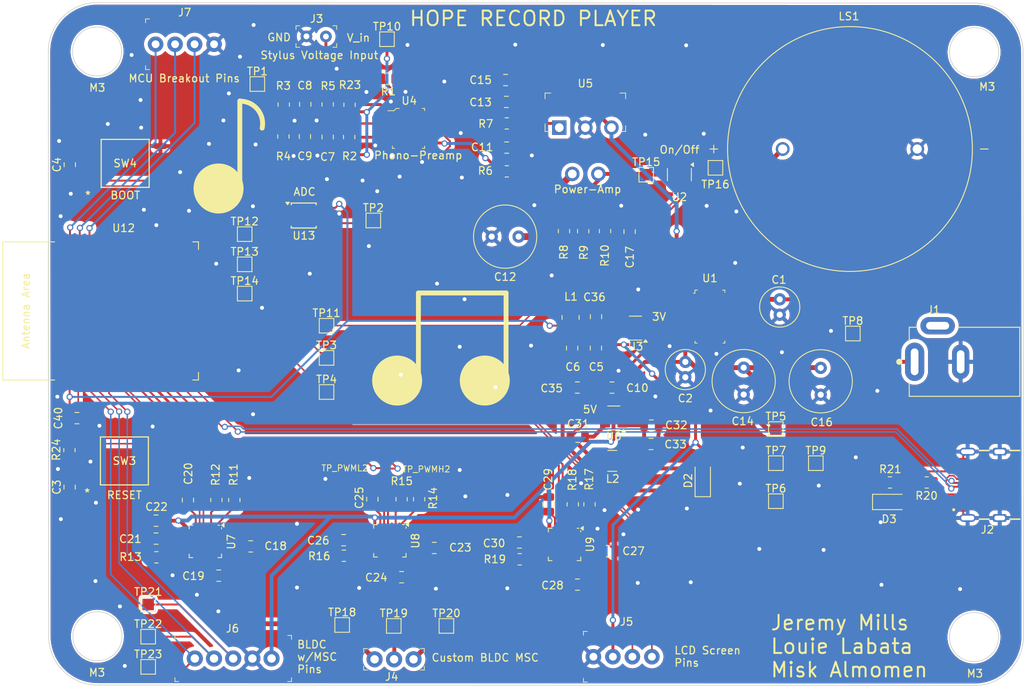
<source format=kicad_pcb>
(kicad_pcb (version 20240108) (generator "pcbnew") (generator_version "8.0")
  (layers (0 "F.Cu" signal) (31 "B.Cu" signal) (34 "B.Paste" user) (35 "F.Paste" user) (36 "B.SilkS" user "B.Silkscreen") (37 "F.SilkS" user "F.Silkscreen") (38 "B.Mask" user) (39 "F.Mask" user) (44 "Edge.Cuts" user))
  (net 0 "")
  (net 1 "GND")
  (net 2 "+15V")
  (net 3 "+5V")
  (net 4 "/Audio Amp/V_stylus_in")
  (net 5 "Net-(U4A-+)")
  (net 6 "Net-(C8-Pad1)")
  (net 7 "Net-(C8-Pad2)")
  (net 8 "Net-(C9-Pad1)")
  (net 9 "Net-(C11-Pad1)")
  (net 10 "Net-(C12-Pad1)")
  (net 11 "Net-(C17-Pad2)")
  (net 12 "Net-(U7-VCC)")
  (net 13 "Net-(U12-EN)")
  (net 14 "Net-(U7-VB)")
  (net 15 "Net-(U7-VTP)")
  (net 16 "Net-(C21-Pad1)")
  (net 17 "Net-(U8-VCC)")
  (net 18 "Net-(U12-GPIO0{slash}BOOT)")
  (net 19 "Net-(U8-VB)")
  (net 20 "Net-(U8-VTP)")
  (net 21 "Net-(C26-Pad1)")
  (net 22 "Net-(U9-VCC)")
  (net 23 "/Custom BLDC Motor Driver/VOUT_1")
  (net 24 "Net-(U9-VB)")
  (net 25 "Net-(U9-VTP)")
  (net 26 "Net-(C30-Pad1)")
  (net 27 "Net-(U6-SW)")
  (net 28 "Net-(U6-BST)")
  (net 29 "Net-(U3-SW)")
  (net 30 "Net-(U3-BST)")
  (net 31 "+3.3V")
  (net 32 "Net-(J3-Pad1)")
  (net 33 "/Custom BLDC Motor Driver/VOUT_2")
  (net 34 "Net-(U4A--)")
  (net 35 "/ADC_ANIN")
  (net 36 "Net-(R8-Pad1)")
  (net 37 "Net-(LS1-Pad1)")
  (net 38 "Net-(U7-DVS2)")
  (net 39 "Net-(U7-DVS1)")
  (net 40 "Net-(U8-DVS2)")
  (net 41 "Net-(U8-DVS1)")
  (net 42 "Net-(U9-DVS2)")
  (net 43 "Net-(U9-DVS1)")
  (net 44 "Net-(J2-CC1)")
  (net 45 "Net-(J2-CC2)")
  (net 46 "/PWMH1")
  (net 48 "/PWML1")
  (net 52 "/PWMH2")
  (net 53 "/PWML2")
  (net 55 "/PWMH3")
  (net 57 "/PWML3")
  (net 61 "/ADC_SDOUT")
  (net 63 "/ADC_SCLK")
  (net 64 "/ADC_LRCK")
  (net 65 "/D-")
  (net 66 "/D+")
  (net 67 "/Custom BLDC Motor Driver/VOUT_3")
  (net 77 "/Voltage Regulators/V_in")
  (net 80 "/Voltage Regulators/V_5")
  (net 81 "/V_phono_out")
  (net 82 "Net-(D3-A)")
  (net 83 "/SWITCH_IN")
  (net 84 "/SCL")
  (net 85 "/SDA")
  (net 86 "/FG")
  (net 87 "/PWM")
  (net 88 "/DIRECTION")
  (net 89 "/GPIO43")
  (net 93 "/GPIO1")
  (net 99 "/GPIO2")
  (net 107 "Net-(R10-Pad1)")
  (footprint "Resistor_SMD:R_0805_2012Metric" (layer "F.Cu") (at 147.4743 124.9172 180)
    (property "Reference" "R19")
    (property "Value" "6mΩ")
  )
  (footprint "Resistor_SMD:R_0805_2012Metric" (layer "F.Cu") (at 158.590627 82.1584 -90)
    (property "Reference" "R10")
    (property "Value" "1.2k")
  )
  (footprint "TestPoint:TestPoint_Pad_1.5x1.5mm" (layer "F.Cu") (at 190.881 95.504)
    (property "Reference" "TP8")
    (property "Value" "TestPoint")
  )
  (footprint "Resistor_SMD:R_0805_2012Metric" (layer "F.Cu") (at 124.5635 124.46 180)
    (property "Reference" "R16")
    (property "Value" "6mΩ")
  )
  (footprint "Resistor_SMD:R_0805_2012Metric" (layer "F.Cu") (at 155.740627 82.1709 90)
    (property "Reference" "R9")
    (property "Value" "20k")
  )
  (footprint "digikey-footprints:PinHeader_1x3_P2.54_Drill1.1mm" (layer "F.Cu") (at 133.64 137.95 180)
    (property "Reference" "J4")
    (property "Value" "61300311121")
  )
  (footprint "Custom_Footprints:TL3301_A_G_EWI" (layer "F.Cu") (at 95.9612 112.105001)
    (property "Reference" "SW3")
    (property "Value" "Reset")
  )
  (footprint "Capacitor_SMD:C_0805_2012Metric" (layer "F.Cu") (at 164.58125 109.89375)
    (property "Reference" "C33")
    (property "Value" "22uF")
  )
  (footprint "Resistor_SMD:R_0805_2012Metric" (layer "F.Cu") (at 145.7925 74.375)
    (property "Reference" "R6")
    (property "Value" "1M")
  )
  (footprint "Diode_SMD:D_SOD-123F" (layer "F.Cu") (at 195.6562 117.4496)
    (property "Reference" "D3")
    (property "Value" "D_Schottky")
  )
  (footprint "Capacitor_SMD:C_0805_2012Metric" (layer "F.Cu") (at 104.2416 117.2108 90)
    (property "Reference" "C20")
    (property "Value" "1µF")
  )
  (footprint "digikey-footprints:PinHeader_1x2_P2.54mm" (layer "F.Cu") (at 122.22 56.8 180)
    (property "Reference" "J3")
    (property "Value" "M20-9990246")
  )
  (footprint "Resistor_SMD:R_0805_2012Metric" (layer "F.Cu") (at 116.68125 69.825 -90)
    (property "Reference" "R4")
    (property "Value" "1.2k")
  )
  (footprint "TestPoint:TestPoint_Pad_1.5x1.5mm" (layer "F.Cu") (at 172.974 73.914)
    (property "Reference" "TP16")
    (property "Value" "TestPoint")
  )
  (footprint "TestPoint:TestPoint_Pad_1.5x1.5mm" (layer "F.Cu") (at 111.633 90.297)
    (property "Reference" "TP14")
    (property "Value" "TestPoint")
  )
  (footprint "Capacitor_SMD:C_0805_2012Metric" (layer "F.Cu") (at 119.48125 69.8375 90)
    (property "Reference" "C9")
    (property "Value" "4.7nF")
  )
  (footprint "Capacitor_SMD:C_0805_2012Metric" (layer "F.Cu") (at 155.03125 108.94375)
    (property "Reference" "C31")
    (property "Value" "0.1uF")
  )
  (footprint "digikey-footprints:TO-261-4" (layer "F.Cu") (at 172.25 93.3)
    (property "Reference" "U1")
    (property "Value" "LM2940")
  )
  (footprint "Capacitor_SMD:C_0805_2012Metric" (layer "F.Cu") (at 89.7788 106.5276 180)
    (property "Reference" "C40")
    (property "Value" ".1 uF")
  )
  (footprint "Capacitor_SMD:C_0805_2012Metric" (layer "F.Cu") (at 147.4368 122.7328 180)
    (property "Reference" "C30")
    (property "Value" "1µF")
  )
  (footprint "TestPoint:TestPoint_Pad_1.5x1.5mm" (layer "F.Cu") (at 180.848 107.95)
    (property "Reference" "TP5")
    (property "Value" "TestPoint")
  )
  (footprint "Capacitor_SMD:C_0805_2012Metric" (layer "F.Cu") (at 112.4204 123.2408 180)
    (property "Reference" "C18")
    (property "Value" "1µF")
  )
  (footprint "TestPoint:TestPoint_Pad_1.5x1.5mm" (layer "F.Cu") (at 137.922 133.604)
    (property "Reference" "TP20")
    (property "Value" "TestPoint")
  )
  (footprint "Capacitor_THT:C_Radial_D5.0mm_H11.0mm_P2.00mm" (layer "F.Cu") (at 169.05 99.2 -90)
    (property "Reference" "C2")
    (property "Value" "22uF")
  )
  (footprint "Capacitor_SMD:C_0805_2012Metric" (layer "F.Cu") (at 108.2548 127.0508 180)
    (property "Reference" "C19")
    (property "Value" "1µF")
  )
  (footprint "Capacitor_THT:C_Radial_D8.0mm_H11.5mm_P3.50mm" (layer "F.Cu") (at 147.325 82.875 180)
    (property "Reference" "C12")
    (property "Value" "100uF")
  )
  (footprint "Resistor_SMD:R_0805_2012Metric" (layer "F.Cu") (at 122.45 65.65 90)
    (property "Reference" "R5")
    (property "Value" "10k")
  )
  (footprint "Package_DFN_QFN:QFN-24-1EP_4x4mm_P0.5mm_EP2.7x2.7mm" (layer "F.Cu") (at 106.513 122.595 -90)
    (property "Reference" "U7")
    (property "Value" "~")
  )
  (footprint "Package_DFN_QFN:QFN-24-1EP_4x4mm_P0.5mm_EP2.7x2.7mm" (layer "F.Cu") (at 153.3144 122.9868 -90)
    (property "Reference" "U9")
    (property "Value" "~")
  )
  (footprint "Resistor_SMD:R_0805_2012Metric" (layer "F.Cu") (at 88.7984 110.6951 -90)
    (property "Reference" "R24")
    (property "Value" "10k")
  )
  (footprint "Package_TO_SOT_SMD:TSOT-23-6" (layer "F.Cu") (at 159.73125 106.50625 180)
    (property "Reference" "U6")
    (property "Value" "AP63205WU")
  )
  (footprint "TestPoint:TestPoint_Pad_1.5x1.5mm" (layer "F.Cu") (at 124.333 133.477)
    (property "Reference" "TP18")
    (property "Value" "TestPoint")
  )
  (footprint "digikey-footprints:TO-220-5" (layer "F.Cu") (at 156.025 68.675)
    (property "Reference" "U5")
    (property "Value" "LM1875T_NOPB")
  )
  (footprint "TestPoint:TestPoint_Pad_1.5x1.5mm" (layer "F.Cu") (at 186.055 112.395)
    (property "Reference" "TP9")
    (property "Value" "TestPoint")
  )
  (footprint "Custom_Footprints:TL3301_A_G_EWI" (layer "F.Cu") (at 96.0628 73.3298)
    (property "Reference" "SW4")
    (property "Value" "Boot")
  )
  (footprint "TestPoint:TestPoint_Pad_1.5x1.5mm" (layer "F.Cu") (at 99.06 135.001)
    (property "Reference" "TP22")
    (property "Value" "TestPoint")
  )
  (footprint "Capacitor_SMD:C_0805_2012Metric" (layer "F.Cu") (at 88.8238 115.5192 90)
    (property "Reference" "C3")
    (property "Value" ".1 uF")
  )
  (footprint "Custom_Footprints:PJ_002B" (layer "F.Cu") (at 198.9272 99.187)
    (property "Reference" "J1")
    (property "Value" "DAC-18E")
  )
  (footprint "digikey-footprints:PinHeader_1x4_P2.54mm_Drill1.02mm" (layer "F.Cu") (at 157.0736 137.6172)
    (property "Reference" "J5")
    (property "Value" "0022232041")
  )
  (footprint "Package_DFN_QFN:QFN-24-1EP_4x4mm_P0.5mm_EP2.7x2.7mm" (layer "F.Cu") (at 130.556 122.515 -90)
    (property "Reference" "U8")
    (property "Value" "~")
  )
  (footprint "Capacitor_SMD:C_0805_2012Metric" (layer "F.Cu") (at 119.525 65.6375 -90)
    (property "Reference" "C8")
    (property "Value" "10uF")
  )
  (footprint "TestPoint:TestPoint_Pad_1.5x1.5mm" (layer "F.Cu") (at 113.284 62.992)
    (property "Reference" "TP1")
    (property "Value" "TestPoint")
  )
  (footprint "TestPoint:TestPoint_Pad_1.5x1.5mm" (layer "F.Cu") (at 111.633 86.487)
    (property "Reference" "TP13")
    (property "Value" "TestPoint")
  )
  (footprint "TestPoint:TestPoint_Pad_1.5x1.5mm" (layer "F.Cu") (at 180.848 117.348)
    (property "Reference" "TP6")
    (property "Value" "TestPoint")
  )
  (footprint "Package_TO_SOT_SMD:SOT-23-6" (layer "F.Cu") (at 168.275 74.803 -90)
    (property "Reference" "U2")
    (property "Value" "TS5A3160DBV")
  )
  (footprint "Capacitor_SMD:C_0805_2012Metric" (layer "F.Cu") (at 159.5 102.55 180)
    (property "Reference" "C10")
    (property "Value" "10uF")
  )
  (footprint "Resistor_SMD:R_0805_2012Metric" (layer "F.Cu") (at 156.5656 117.7563 90)
    (property "Reference" "R17")
    (property "Value" "20kΩ")
  )
  (footprint "TestPoint:TestPoint_Pad_1.5x1.5mm" (layer "F.Cu") (at 111.633 82.55)
    (property "Reference" "TP12")
    (property "Value" "TestPoint")
  )
  (footprint "Resistor_SMD:R_0805_2012Metric" (layer "F.Cu") (at 195.707 114.9096 180)
    (property "Reference" "R21")
    (property "Value" "5.1 k")
  )
  (footprint "Resistor_SMD:R_0805_2012Metric" (layer "F.Cu") (at 125.25 69.9 -90)
    (property "Reference" "R2")
    (property "Value" "10k")
  )
  (footprint "Capacitor_SMD:C_0805_2012Metric" (layer "F.Cu") (at 154.9908 128.2192 180)
    (property "Reference" "C28")
    (property "Value" "1µF")
  )
  (footprint "Capacitor_SMD:C_0805_2012Metric" (layer "F.Cu") (at 122.45 69.9 -90)
    (property "Reference" "C7")
    (property "Value" "10uF")
  )
  (footprint "Capacitor_THT:C_Radial_D8.0mm_H11.5mm_P3.50mm" (layer "F.Cu") (at 186.69 99.977 -90)
    (property "Reference" "C16")
    (property "Value" "100uF")
  )
  (footprint "digikey-footprints:SOIC-8_W3.9mm" (layer "F.Cu") (at 132.98125 68.7725 -90)
    (property "Reference" "U4")
    (property "Value" "OPA2134")
  )
  (footprint "Resistor_SMD:R_0805_2012Metric" (layer "F.Cu") (at 153.240627 82.1584 -90)
    (property "Reference" "R8")
    (property "Value" "1.2k")
  )
  (footprint "Capacitor_THT:C_Radial_D5.0mm_H11.0mm_P2.00mm" (layer "F.Cu") (at 181.35 91.05 -90)
    (property "Reference" "C1")
    (property "Value" "0.47uF")
  )
  (footprint "Capacitor_SMD:C_0805_2012Metric" (layer "F.Cu") (at 151.2316 117.7544 90)
    (property "Reference" "C29")
    (property "Value" "1µF")
  )
  (footprint "Resistor_SMD:R_0805_2012Metric" (layer "F.Cu") (at 154.3812 117.7563 90)
    (property "Reference" "R18")
    (property "Value" "20kΩ")
  )
  (footprint "Capacitor_SMD:C_0805_2012Metric" (layer "F.Cu") (at 100.0912 122.2248 180)
    (property "Reference" "C21")
    (property "Value" "1µF")
  )
  (footprint "Capacitor_SMD:C_0805_2012Metric" (layer "F.Cu") (at 145.775 71.275 180)
    (property "Reference" "C11")
    (property "Value" "4.7uF")
  )
  (footprint "Capacitor_SMD:C_0805_2012Metric" (layer "F.Cu") (at 164.63125 107.49375)
    (property "Reference" "C32")
    (property "Value" "22uF")
  )
  (footprint "TestPoint:TestPoint_Pad_1.5x1.5mm" (layer "F.Cu") (at 180.848 112.395)
    (property "Reference" "TP7")
    (property "Value" "TestPoint")
  )
  (footprint "Resistor_SMD:R_0805_2012Metric" (layer "F.Cu") (at 132.08 117.094 90)
    (property "Reference" "R15")
    (property "Value" "20kΩ")
  )
  (footprint "Capacitor_SMD:C_0805_2012Metric" (layer "F.Cu") (at 154.3 97.4 -90)
    (property "Reference" "C6")
    (property "Value" "22uF")
  )
  (footprint "Inductor_SMD:L_1008_2520Metric" (layer "F.Cu") (at 154.1 93.4 -90)
    (property "Reference" "L1")
    (property "Value" "2.2uH")
  )
  (footprint "digikey-footprints:PinHeader_1x5_P2.5mm_Drill1.1mm" (layer "F.Cu") (at 105.1382 137.8458)
    (property "Reference" "J6")
    (property "Value" "B5B-XH-A_LF__SN_")
  )
  (footprint "Capacitor_SMD:C_0805_2012Metric" (layer "F.Cu") (at 100.0912 119.888 180)
    (property "Reference" "C22")
    (property "Value" "1µF")
  )
  (footprint "Capacitor_SMD:C_0805_2012Metric" (layer "F.Cu") (at 136.332 123.444 180)
    (property "Reference" "C23")
    (property "Value" "1µF")
  )
  (footprint "TestPoint:TestPoint_Pad_1.5x1.5mm" (layer "F.Cu") (at 122.301 98.679)
    (property "Reference" "TP3")
    (property "Value" "TestPoint")
  )
  (footprint "Resistor_SMD:R_0805_2012Metric" (layer "F.Cu") (at 107.95 117.1975 90)
    (property "Reference" "R12")
    (property "Value" "20kΩ")
  )
  (footprint "TestPoint:TestPoint_Pad_1.5x1.5mm" (layer "F.Cu") (at 99.06 138.938)
    (property "Reference" "TP23")
    (property "Value" "TestPoint")
  )
  (footprint "TestPoint:TestPoint_Pad_1.5x1.5mm" (layer "F.Cu") (at 131.064 133.604)
    (property "Reference" "TP19")
    (property "Value" "TestPoint")
  )
  (footprint "Resistor_SMD:R_0805_2012Metric" (layer "F.Cu") (at 145.7875 68.125 180)
    (property "Reference" "R7")
    (property "Value" "22k")
  )
  (footprint "Resistor_SMD:R_0805_2012Metric" (layer "F.Cu") (at 130.35 62.3 180)
    (property "Reference" "R1")
    (property "Value" "10k")
  )
  (footprint "Resistor_SMD:R_0805_2012Metric" (layer "F.Cu") (at 125.3 65.7 90)
    (property "Reference" "R23")
    (property "Value" "1k")
  )
  (footprint "Capacitor_SMD:C_0805_2012Metric" (layer "F.Cu") (at 124.526 122.428 180)
    (property "Reference" "C26")
    (property "Value" "1µF")
  )
  (footprint "Capacitor_SMD:C_0805_2012Metric" (layer "F.Cu") (at 157.4125 93.3125 -90)
    (property "Reference" "C36")
    (property "Value" "0.1uF")
  )
  (footprint "Capacitor_SMD:C_0805_2012Metric" (layer "F.Cu") (at 145.625 62.475 180)
    (property "Reference" "C15")
    (property "Value" "0.1uF")
  )
  (footprint "Capacitor_SMD:C_0805_2012Metric" (layer "F.Cu") (at 132.08 127.254 180)
    (property "Reference" "C24")
    (property "Value" "1µF")
  )
  (footprint "Resistor_SMD:R_0805_2012Metric" (layer "F.Cu") (at 116.725 65.675 90)
    (property "Reference" "R3")
    (property "Value" "47k")
  )
  (footprint "Capacitor_SMD:C_0805_2012Metric" (layer "F.Cu") (at 161.790627 82.2209 -90)
    (property "Reference" "C17")
    (property "Value" "33nF")
  )
  (footprint "Resistor_SMD:R_0805_2012Metric" (layer "F.Cu") (at 200.5076 114.9096)
    (property "Reference" "R20")
    (property "Value" "5.1 k")
  )
  (footprint "digikey-footprints:PinHeader_1x4_P2.54mm_Drill1.02mm" (layer "F.Cu") (at 100.0252 57.8104)
    (property "Reference" "J7")
    (property "Value" "0022232041")
  )
  (footprint "Custom_Footprints:SPKR_AST-03208MR-R" (layer "F.Cu") (at 190.505 71.46)
    (property "Reference" "LS1")
    (property "Value" "AST-03208MR-R")
  )
  (footprint "Resistor_SMD:R_0805_2012Metric" (layer "F.Cu") (at 100.1287 124.6632 180)
    (property "Reference" "R13")
    (property "Value" "6mΩ")
  )
  (footprint "Capacitor_SMD:C_0805_2012Metric" (layer "F.Cu") (at 159.004 123.8504 180)
    (property "Reference" "C27")
    (property "Value" "1µF")
  )
  (footprint "TestPoint:TestPoint_Pad_1.5x1.5mm" (layer "F.Cu") (at 130.175 57.15)
    (property "Reference" "TP10")
    (property "Value" "TestPoint")
  )
  (footprint "PCM_Espressif:ESP32-S3-WROOM-1" (layer "F.Cu") (at 95.8632 92.5592 90)
    (property "Reference" "U12")
    (property "Value" "ESP32-S3-WROOM-1")
  )
  (footprint "Package_SO:TSSOP-10_3x3mm_P0.5mm" (layer "F.Cu") (at 119.325 80.125)
    (property "Reference" "U13")
    (property "Value" "CS5344")
  )
  (footprint "Diode_SMD:D_SOD-123F" (layer "F.Cu") (at 171.323 114.554 90)
    (property "Reference" "D2")
    (property "Value" "D_Schottky")
  )
  (footprint "Capacitor_SMD:C_0805_2012Metric" (layer "F.Cu") (at 128.27 117.094 90)
    (property "Reference" "C25")
    (property "Value" "1µF")
  )
  (footprint "Capacitor_SMD:C_0805_2012Metric" (layer "F.Cu") (at 154.98125 102.54375 180)
    (property "Reference" "C35")
    (property "Value" "10uF")
  )
  (footprint "Package_TO_SOT_SMD:TSOT-23-6" (layer "F.Cu") (at 162.5625 94.8 180)
    (property "Reference" "U3")
    (property "Value" "AP63203WU")
  )
  (footprint "TestPoint:TestPoint_Pad_1.5x1.5mm" (layer "F.Cu") (at 122.301 94.488)
    (property "Reference" "TP11")
    (property "Value" "TestPoint")
  )
  (footprint "Capacitor_THT:C_Radial_D8.0mm_H11.5mm_P3.50mm" (layer "F.Cu") (at 176.657 99.949 -90)
    (property "Reference" "C14")
    (property "Value" "100uF")
  )
  (footprint "Capacitor_SMD:C_0805_2012Metric" (layer "F.Cu") (at 88.8492 73.5076 90)
    (property "Reference" "C4")
    (property "Value" "0.1 uF")
  )
  (footprint "Resistor_SMD:R_0805_2012Metric" (layer "F.Cu") (at 134.366 117.094 90)
    (property "Reference" "R14")
    (property "Value" "20kΩ")
  )
  (footprint "TestPoint:TestPoint_Pad_1.5x1.5mm" (layer "F.Cu") (at 122.301 103.124)
    (property "Reference" "TP4")
    (property "Value" "TestPoint")
  )
  (footprint "TestPoint:TestPoint_Pad_1.5x1.5mm" (layer "F.Cu") (at 128.397 80.772)
    (property "Reference" "TP2")
    (property "Value" "TestPoint")
  )
  (footprint "TestPoint:TestPoint_Pad_1.5x1.5mm" (layer "F.Cu") (at 99.06 130.81)
    (property "Reference" "TP21")
    (property "Value" "TestPoint")
  )
  (footprint "Custom_Footprints:GCT_USB4105GFA120" (layer "F.Cu") (at 210.0187 115.2155 90)
    (property "Reference" "J2")
    (property "Value" "USB_C_Receptacle_USB2.0_16P")
  )
  (footprint "TestPoint:TestPoint_Pad_1.5x1.5mm" (layer "F.Cu") (at 163.957 74.803)
    (property "Reference" "TP15")
    (property "Value" "TestPoint")
  )
  (footprint "Resistor_SMD:R_0805_2012Metric" (layer "F.Cu") (at 110.2868 117.1956 90)
    (property "Reference" "R11")
    (property "Value" "20kΩ")
  )
  (footprint "Inductor_SMD:L_1210_3225Metric" (layer "F.Cu") (at 159.53125 112.09375)
    (property "Reference" "L2")
    (property "Value" "4.7uH")
  )
  (footprint "Capacitor_SMD:C_0805_2012Metric" (layer "F.Cu") (at 157.4 97.4 -90)
    (property "Reference" "C5")
    (property "Value" "22uF")
  )
  (footprint "Capacitor_SMD:C_0805_2012Metric" (layer "F.Cu") (at 145.725 65.325 180)
    (property "Reference" "C13")
    (property "Value" "0.1uF")
  )
  (gr_line (start 145.692483 101.65) (end 145.692483 90.22) (stroke (width 0.635)) (layer "F.SilkS"))
  (gr_circle (center 142.92 101.63) (end 146.102483 101.63) (stroke (width 0.15)) (fill solid) (layer "F.SilkS"))
  (gr_circle (center 108.2294 76.6064) (end 111.411883 76.6064) (stroke (width 0.15)) (fill solid) (layer "F.SilkS"))
  (gr_arc (start 111.041547 65.231525) (mid 113.31187 66.296419) (end 113.911205 68.731395) (stroke (width 0.635)) (layer "F.SilkS"))
  (gr_line (start 111.001883 76.6264) (end 111.001883 65.1964) (stroke (width 0.635)) (layer "F.SilkS"))
  (gr_line (start 145.707483 90.22) (end 134.277483 90.22) (stroke (width 0.635)) (layer "F.SilkS"))
  (gr_circle (center 131.5 101.63) (end 134.682483 101.63) (stroke (width 0.15)) (fill solid) (layer "F.SilkS"))
  (gr_line (start 134.272483 101.65) (end 134.272483 90.22) (stroke (width 0.635)) (layer "F.SilkS"))
  (gr_arc (start 92.45 141.3) (mid 87.959872 139.440128) (end 86.1 134.95) (stroke (width 0.1)) (layer "Edge.Cuts"))
  (gr_arc (start 206.7 52.45) (mid 211.190128 54.309872) (end 213.05 58.8) (stroke (width 0.1)) (layer "Edge.Cuts"))
  (gr_line (start 86.05 58.75) (end 86.1 134.95) (stroke (width 0.1)) (layer "Edge.Cuts"))
  (gr_circle (center 92.45 134.95) (end 94.19 137.64) (stroke (width 0.1)) (fill none) (layer "Edge.Cuts"))
  (gr_circle (center 206.659872 135.049872) (end 208.399872 137.739872) (stroke (width 0.1)) (fill none) (layer "Edge.Cuts"))
  (gr_arc (start 86.05 58.75) (mid 87.909872 54.259872) (end 92.4 52.4) (stroke (width 0.1)) (layer "Edge.Cuts"))
  (gr_circle (center 206.675 58.85) (end 208.415 61.54) (stroke (width 0.1)) (fill none) (layer "Edge.Cuts"))
  (gr_line (start 213.1 135) (end 213.05 58.8) (stroke (width 0.1)) (layer "Edge.Cuts"))
  (gr_arc (start 213.1 135) (mid 211.240127 139.490127) (end 206.75 141.35) (stroke (width 0.1)) (layer "Edge.Cuts"))
  (gr_circle (center 92.4 58.75) (end 94.14 61.44) (stroke (width 0.1)) (fill none) (layer "Edge.Cuts"))
  (gr_line (start 92.45 141.3) (end 206.75 141.35) (stroke (width 0.1)) (layer "Edge.Cuts"))
  (gr_line (start 92.4 52.4) (end 206.7 52.45) (stroke (width 0.1)) (layer "Edge.Cuts"))
  (gr_text "Stylus Voltage Input\n" (at 113.6 59.82 0) (layer "F.SilkS") (effects (font (size 1 1)) (justify left bottom)))
  (gr_text "Custom BLDC MSC" (at 135.904 138.32 0) (layer "F.SilkS") (effects (font (size 1 1)) (justify left bottom)))
  (gr_text "RESET" (at 93.599 117.1448 0) (layer "F.SilkS") (effects (font (size 1 1)) (justify left bottom)))
  (gr_text "M3" (at 207.24 63.93 0) (layer "F.SilkS") (effects (font (size 1 1)) (justify left bottom)))
  (gr_text "HOPE RECORD PLAYER" (at 132.969 55.5752 0) (layer "F.SilkS") (effects (font (size 1.905 1.905) (thickness 0.254)) (justify left bottom)))
  (gr_text "BOOT" (at 94.0562 78.0796 0) (layer "F.SilkS") (effects (font (size 1 1)) (justify left bottom)))
  (gr_text "V_in" (at 124.85 57.55 0) (layer "F.SilkS") (effects (font (size 1 1)) (justify left bottom)))
  (gr_text "GND" (at 114.5 57.5 0) (layer "F.SilkS") (effects (font (size 1 1)) (justify left bottom)))
  (gr_text "LCD Screen \nPins" (at 167.5384 138.9888 0) (layer "F.SilkS") (effects (font (size 1 1)) (justify left bottom)))
  (gr_text "Phono-Preamp\n" (at 128.4 72.87 0) (layer "F.SilkS") (effects (font (size 1 1)) (justify left bottom)))
  (gr_text "M3" (at 91.28 64.06 0) (layer "F.SilkS") (effects (font (size 1 1)) (justify left bottom)))
  (gr_text "BLDC \nw/MSC \nPins" (at 118.3894 139.827 0) (layer "F.SilkS") (effects (font (size 1 1)) (justify left bottom)))
  (gr_text "On/Off" (at 165.608 72.136 0) (layer "F.SilkS") (effects (font (size 1 1)) (justify left bottom)))
  (gr_text "ADC" (at 117.9068 77.6224 0) (layer "F.SilkS") (effects (font (size 1 1)) (justify left bottom)))
  (gr_text "3V" (at 164.63 93.9 0) (layer "F.SilkS") (effects (font (size 1 1)) (justify left bottom)))
  (gr_text "MCU Breakout Pins" (at 96.4184 62.8396 0) (layer "F.SilkS") (effects (font (size 1 1)) (justify left bottom)))
  (gr_text "M3" (at 91.25 140.27 0) (layer "F.SilkS") (effects (font (size 1 1)) (justify left bottom)))
  (gr_text "TP_PWML2" (at 121.5644 113.5126 0) (layer "F.SilkS") (effects (font (size 0.8001 0.8001) (thickness 0.1143) (bold yes)) (justify left bottom)))
  (gr_text "M3" (at 205.64 140.39 0) (layer "F.SilkS") (effects (font (size 1 1)) (justify left bottom)))
  (gr_text "Power-Amp" (at 151.83 77.29 0) (layer "F.SilkS") (effects (font (size 1 1)) (justify left bottom)))
  (gr_text "Jeremy Mills\nLouie Labata\nMisk Almomen" (at 180.0352 140.4366 0) (layer "F.SilkS") (effects (font (size 1.905 1.905) (thickness 0.254)) (justify left bottom)))
  (gr_text "TP_PWMH2" (at 132.1 113.65 0) (layer "F.SilkS") (effects (font (size 0.8001 0.8001) (thickness 0.1143) (bold yes)) (justify left bottom)))
  (gr_text "5V" (at 155.62 105.98 0) (layer "F.SilkS") (effects (font (size 1 1)) (justify left bottom)))
  (segment (start 205.2637 112.0155) (end 205.2637 111.4705) (width 0.254) (layer "F.Cu") (net 1))
  (segment (start 133.3982 121.765) (end 133.4008 121.7676) (width 0.2032) (layer "F.Cu") (net 1))
  (segment (start 121.475 79.625) (end 123.694 79.625) (width 0.254) (layer "F.Cu") (net 1))
  (segment (start 205.2637 118.4155) (end 205.2637 118.9605) (width 0.254) (layer "F.Cu") (net 1))
  (segment (start 159.954 123.8504) (end 158.3404 122.2368) (width 0.254) (layer "F.Cu") (net 1))
  (segment (start 205.2637 111.4705) (end 205.8387 110.8955) (width 0.254) (layer "F.Cu") (net 1))
  (segment (start 108.4755 121.845) (end 111.9746 121.845) (width 0.254) (layer "F.Cu") (net 1))
  (segment (start 132.5185 121.765) (end 133.3982 121.765) (width 0.2032) (layer "F.Cu") (net 1))
  (segment (start 158.59375 102.59375) (end 158.55 102.55) (width 0.254) (layer "F.Cu") (net 1))
  (segment (start 158.59375 105.55625) (end 158.59375 102.59375) (width 0.254) (layer "F.Cu") (net 1))
  (segment (start 205.2637 118.9605) (end 205.8387 119.5355) (width 0.254) (layer "F.Cu") (net 1))
  (segment (start 158.3404 122.2368) (end 155.2769 122.2368) (width 0.254) (layer "F.Cu") (net 1))
  (segment (start 111.9746 121.845) (end 113.3704 123.2408) (width 0.254) (layer "F.Cu") (net 1))
  (segment (start 123.694 79.625) (end 123.952 79.883) (width 0.254) (layer "F.Cu") (net 1))
  (via (at 108.204 131.699) (size 0.8128) (drill 0.508) (layers "F.Cu" "B.Cu") (net 1))
  (via (at 99.64 107.62) (size 0.8128) (drill 0.508) (layers "F.Cu" "B.Cu") (net 1))
  (via (at 126.55 128.65) (size 0.8128) (drill 0.508) (layers "F.Cu" "B.Cu") (net 1))
  (via (at 87.6554 80.2132) (size 0.8128) (drill 0.508) (layers "F.Cu" "B.Cu") (net 1))
  (via (at 134.747 73.152) (size 0.8128) (drill 0.508) (layers "F.Cu" "B.Cu") (net 1))
  (via (at 136.7 89) (size 0.8128) (drill 0.508) (layers "F.Cu" "B.Cu") (net 1))
  (via (at 194.5 120.09) (size 0.8128) (drill 0.508) (layers "F.Cu" "B.Cu") (net 1))
  (via (at 118.45 128.6) (size 0.8128) (drill 0.508) (layers "F.Cu" "B.Cu") (net 1))
  (via (at 112.71 78.92) (size 0.8128) (drill 0.508) (layers "F.Cu" "B.Cu") (net 1))
  (via (at 128.651 70.993) (size 0.8128) (drill 0.508) (layers "F.Cu" "B.Cu") (net 1))
  (via (at 98.0694 65.0748) (size 0.8128) (drill 0.508) (layers "F.Cu" "B.Cu") (net 1))
  (via (at 136.55 128.75) (size 0.8128) (drill 0.508) (layers "F.Cu" "B.Cu") (net 1))
  (via (at 127.5 64.03) (size 0.8128) (drill 0.508) (layers "F.Cu" "B.Cu") (net 1))
  (via (at 186.436 115.316) (size 0.8128) (drill 0.508) (layers "F.Cu" "B.Cu") (net 1))
  (via (at 131.826 75.057) (size 0.8128) (drill 0.508) (layers "F.Cu" "B.Cu") (net 1))
  (via (at 98.5012 79.375) (size 0.8128) (drill 0.508) (layers "F.Cu" "B.Cu") (net 1))
  (via (at 194.07 102.97) (size 0.8128) (drill 0.508) (layers "F.Cu" "B.Cu") (net 1))
  (via (at 118.0084 72.3646) (size 0.8128) (drill 0.508) (layers "F.Cu" "B.Cu") (net 1))
  (via (at 139.6492 113.284) (size 0.8128) (drill 0.508) (layers "F.Cu" "B.Cu") (net 1))
  (via (at 122.15 114.45) (size 0.8128) (drill 0.508) (layers "F.Cu" "B.Cu") (net 1))
  (via (at 146.89 57.86) (size 0.8128) (drill 0.508) (layers "F.Cu" "B.Cu") (net 1))
  (via (at 92.19 127.76) (size 0.8128) (drill 0.508) (layers "F.Cu" "B.Cu") (net 1))
  (via (at 151.638 87.9348) (size 0.8128) (drill 0.508) (layers "F.Cu" "B.Cu") (net 1))
  (via (at 87.2998 113.157) (size 0.8128) (drill 0.508) (layers "F.Cu" "B.Cu") (net 1))
  (via (at 160.9852 121.666) (size 0.8128) (drill 0.508) (layers "F.Cu" "B.Cu") (net 1))
  (via (at 92.71 107.5182) (size 0.8128) (drill 0.508) (layers "F.Cu" "B.Cu") (net 1))
  (via (at 109.5756 64.2112) (size 0.8128) (drill 0.508) (layers "F.Cu" "B.Cu") (net 1))
  (via (at 191.262 111.633) (size 0.8128) (drill 0.508) (layers "F.Cu" "B.Cu") (net 1))
  (via (at 188.03 95.16) (size 0.8128) (drill 0.508) (layers "F.Cu" "B.Cu") (net 1))
  (via (at 204.85 128.8) (size 0.8128) (drill 0.508) (layers "F.Cu" "B.Cu") (net 1))
  (via (at 171.831 78.867) (size 0.8128) (drill 0.508) (layers "F.Cu" "B.Cu") (net 1))
  (via (at 88.9762 77.2922) (size 0.8128) (drill 0.508) (layers "F.Cu" "B.Cu") (net 1))
  (via (at 87.6808 119.6848) (size 0.8128) (drill 0.508) (layers "F.Cu" "B.Cu") (net 1))
  (via (at 98.1456 68.6816) (size 0.8128) (drill 0.508) (layers "F.Cu" "B.Cu") (net 1))
  (via (at 175.55 86.3) (size 0.8128) (drill 0.508) (layers "F.Cu" "B.Cu") (net 1))
  (via (at 123.62 61) (size 0.8128) (drill 0.508) (layers "F.Cu" "B.Cu") (net 1))
  (via (at 96.901 59.2074) (size 0.8128) (drill 0.508) (layers "F.Cu" "B.Cu") (net 1))
  (via (at 157.607 120.9294) (size 0.8128) (drill 0.508) (layers "F.Cu" "B.Cu") (net 1))
  (via (at 118.45 120.3) (size 0.8128) (drill 0.508) (layers "F.Cu" "B.Cu") (net 1))
  (via (at 165.15 103.7) (size 0.8128) (drill 0.508) (layers "F.Cu" "B.Cu") (net 1))
  (via (at 139.6492 97.2312) (size 0.8128) (drill 0.508) (layers "F.Cu" "B.Cu") (net 1))
  (via (at 122.3518 75.3872) (size 0.8128) (drill 0.508) (layers "F.Cu" "B.Cu") (net 1))
  (via (at 149.38 78.78) (size 0.8128) (drill 0.508) (layers "F.Cu" "B.Cu") (net 1))
  (via (at 169.16 57.95) (size 0.8128) (drill 0.508) (layers "F.Cu" "B.Cu") (net 1))
  (via (at 112.8 55.3) (size 0.8128) (drill 0.508) (layers "F.Cu" "B.Cu") (net 1))
  (via (at 106.9848 70.7898) (size 0.8128) (drill 0.508) (layers "F.Cu" "B.Cu") (net 1))
  (via (at 123.952 79.883) (size 0.8128) (drill 0.508) (layers "F.Cu" "B.Cu") (net 1))
  (via (at 107.9246 86.4108) (size 0.8128) (drill 0.508) (layers "F.Cu" "B.Cu") (net 1))
  (via (at 120.1166 87.7062) (size 0.8128) (drill 0.508) (layers "F.Cu" "B.Cu") (net 1))
  (via (at 176.149 115.062) (size 0.8128) (drill 0.508) (layers "F.Cu" "B.Cu") (net 1))
  (via (at 160.7 78.85) (size 0.8128) (drill 0.508) (layers "F.Cu" "B.Cu") (net 1))
  (via (at 93.8022 68.199) (size 0.8128) (drill 0.508) (layers "F.Cu" "B.Cu") (net 1))
  (via (at 162.9156 89.7636) (size 0.8128) (drill 0.508) (layers "F.Cu" "B.Cu") (net 1))
  (via (at 132.588 64.008) (size 0.8128) (drill 0.508) (layers "F.Cu" "B.Cu") (net 1))
  (via (at 111.0234 59.436) (size 0.8128) (drill 0.508) (layers "F.Cu" "B.Cu") (net 1))
  (via (at 158.5214 118.5164) (size 0.8128) (drill 0.508) (layers "F.Cu" "B.Cu") (net 1))
  (via (at 127.82 84.11) (size 0.8128) (drill 0.508) (layers "F.Cu" "B.Cu") (net 1))
  (via (at 194.61 128.24) (size 0.8128) (drill 0.508) (layers "F.Cu" "B.Cu") (net 1))
  (via (at 113.8936 92.1512) (size 0.8128) (drill 0.508) (layers "F.Cu" "B.Cu") (net 1))
  (via (at 155.4734 115.0112) (size 0.8128) (drill 0.508) (layers "F.Cu" "B.Cu") (net 1))
  (via (at 144.3228 102.489) (size 0.8128) (drill 0.508) (layers "F.Cu" "B.Cu") (net 1))
  (via (at 132.85 57.9) (size 0.8128) (drill 0.508) (layers "F.Cu" "B.Cu") (net 1))
  (via (at 167.005 97.155) (size 0.8128) (drill 0.508) (layers "F.Cu" "B.Cu") (net 1))
  (via (at 113.06 70.87) (size 0.8128) (drill 0.508) (layers "F.Cu" "B.Cu") (net 1))
  (via (at 162.85 128) (size 0.8128) (drill 0.508) (layers "F.Cu" "B.Cu") (net 1))
  (via (at 169.76 127.91) (size 0.8128) (drill 0.508) (layers "F.Cu" "B.Cu") (net 1))
  (via (at 100.1268 81.3816) (size 0.8128) (drill 0.508) (layers "F.Cu" "B.Cu") (net 1))
  (via (at 95.377 131.064) (size 0.8128) (drill 0.508) (layers "F.Cu" "B.Cu") (net 1))
  (via (at 158.3 57.91) (size 0.8128) (drill 0.508) (layers "F.Cu" "B.Cu") (net 1))
  (via (at 112.23 114.32) (size 0.8128) (drill 0.508) (layers "F.Cu" "B.Cu") (net 1))
  (via (at 163.83 69.596) (size 0.8128) (drill 0.508) (layers "F.Cu" "B.Cu") (net 1))
  (via (at 140.2842 91.0336) (size 0.8128) (drill 0.508) (layers "F.Cu" "B.Cu") (net 1))
  (via (at 105.41 129.54) (size 0.8128) (drill 0.508) (layers "F.Cu" "B.Cu") (net 1))
  (via (at 139.79 69.38) (size 0.8128) (drill 0.508) (layers "F.Cu" "B.Cu") (net 1))
  (via (at 171.45 69.469) (size 0.8128) (drill 0.508) (layers "F.Cu" "B.Cu") (net 1))
  (via (at 145.85 128.7) (size 0.8128) (drill 0.508) (layers "F.Cu" "B.Cu") (net 1))
  (via (at 87.4522 70.4088) (size 0.8128) (drill 0.508) (layers "F.Cu" "B.Cu") (net 1))
  (via (at 181.6354 97.9424) (size 0.8128) (drill 0.508) (layers "F.Cu" "B.Cu") (net 1))
  (via (at 87.2236 103.7336) (size 0.8128) (drill 0.508) (layers "F.Cu" "B.Cu") (net 1))
  (via (at 127 75.565) (size 0.8128) (drill 0.508) (layers "F.Cu" "B.Cu") (net 1))
  (via (at 104.38 79.51) (size 0.8128) (drill 0.508) (layers "F.Cu" "B.Cu") (net 1))
  (via (at 130.683 65.278) (size 0.8128) (drill 0.508) (layers "F.Cu" "B.Cu") (net 1))
  (via (at 103.2256 74.4728) (size 0.8128) (drill 0.508) (layers "F.Cu" "B.Cu") (net 1))
  (via (at 169.25 118.3) (size 0.8128) (drill 0.508) (layers "F.Cu" "B.Cu") (net 1))
  (via (at 96.012 138.811) (size 0.8128) (drill 0.508) (layers "F.Cu" "B.Cu") (net 1))
  (via (at 176.53 110.363) (size 0.8128) (drill 0.508) (layers "F.Cu" "B.Cu") (net 1))
  (via (at 178.689 123.571) (size 0.8128) (drill 0.508) (layers "F.Cu" "B.Cu") (net 1))
  (via (at 160.35 100.35) (size 0.8128) (drill 0.508) (layers "F.Cu" "B.Cu") (net 1))
  (via (at 149.05 72.3) (size 0.8128) (drill 0.508) (layers "F.Cu" "B.Cu") (net 1))
  (via (at 131.9784 100.8634) (size 0.8128) (drill 0.508) (layers "F.Cu" "B.Cu") (net 1))
  (via (at 91.5416 112.1918) (size 0.8128) (drill 0.508) (layers "F.Cu" "B.Cu") (net 1))
  (via (at 148.9456 97.0788) (size 0.8128) (drill 0.508) (layers "F.Cu" "B.Cu") (net 1))
  (via (at 162.9 118.45) (size 0.8128) (drill 0.508) (layers "F.Cu" "B.Cu") (net 1))
  (via (at 108.8644 67.7418) (size 0.8128) (drill 0.508) (layers "F.Cu" "B.Cu") (net 1))
  (via (at 112.7252 106.0196) (size 0.8128) (drill 0.508) (layers "F.Cu" "B.Cu") (net 1))
  (via (at 172.339 105.537) (size 0.8128) (drill 0.508) (layers "F.Cu" "B.Cu") (net 1))
  (via (at 121.0056 67.7418) (size 0.8128) (drill 0.508) (layers "F.Cu" "B.Cu") (net 1))
  (via (at 139.93 75.18) (size 0.8128) (drill 0.508) (layers "F.Cu" "B.Cu") (net 1))
  (via (at 102.235 127) (size 0.8128) (drill 0.508) (layers "F.Cu" "B.Cu") (net 1))
  (via (at 175.7 79.6) (size 0.8128) (drill 0.508) (layers "F.Cu" "B.Cu") (net 1))
  (via (at 121.1072 72.3138) (size 0.8128) (drill 0.508) (layers "F.Cu" "B.Cu") (net 1))
  (via (at 92.2528 117.5512) (size 0.8128) (drill 0.508) (layers "F.Cu" "B.Cu") (net 1))
  (via (at 137.65 62.67) (size 0.8128) (drill 0.508) (layers "F.Cu" "B.Cu") (net 1))
  (via (at 118.1354 67.7672) (size 0.8128) (drill 0.508) (layers "F.Cu" "B.Cu") (net 1))
  (via (at 145.8722 116.5352) (size 0.8128) (drill 0.508) (layers "F.Cu" "B.Cu") (net 1))
  (via (at 128.905 76.962) (size 0.8128) (drill 0.508) (layers "F.Cu" "B.Cu") (net 1))
  (via (at 140.3858 116.713) (size 0.8128) (drill 0.508) (layers "F.Cu" "B.Cu") (net 1))
  (via (at 187.071 123.698) (size 0.8128) (drill 0.508) (layers "F.Cu" "B.Cu") (net 1))
  (via (at 173.101 98.1456) (size 0.8128) (drill 0.508) (layers "F.Cu" "B.Cu") (net 1))
  (via (at 130.81 72.39) (size 0.8128) (drill 0.508) (layers "F.Cu" "B.Cu") (net 1))
  (via (at 110.8456 100.3046) (size 0.8128) (drill 0.508) (layers "F.Cu" "B.Cu") (net 1))
  (segment (start 160.329304 106.50625) (end 160.86875 106.50625) (width 0.508) (layer "F.Cu") (net 2))
  (segment (start 104.5505 121.345) (end 104.5505 122.2882) (width 0.508) (layer "F.Cu") (net 2))
  (segment (start 169.1 99.15) (end 169.05 99.2) (width 0.381) (layer "F.Cu") (net 2))
  (segment (start 128.5935 121.265) (end 128.5935 121.765) (width 0.381) (layer "F.Cu") (net 2))
  (segment (start 159.68805 107.147504) (end 160.329304 106.50625) (width 0.508) (layer "F.Cu") (net 2))
  (segment (start 102.972 119.888) (end 102.99 119.87) (width 0.508) (layer "F.Cu") (net 2))
  (segment (start 169.05 99.2) (end 169.05 95.636) (width 0.508) (layer "F.Cu") (net 2))
  (segment (start 159.68805 109.16195) (end 159.68805 107.147504) (width 0.508) (layer "F.Cu") (net 2))
  (segment (start 176.657 99.949) (end 186.662 99.949) (width 0.635) (layer "F.Cu") (net 2))
  (segment (start 131.2625 62.3) (end 132.531 62.3) (width 0.508) (layer "F.Cu") (net 2))
  (segment (start 169.05 95.636) (end 169.1 95.586) (width 0.508) (layer "F.Cu") (net 2))
  (segment (start 128.5935 121.765) (end 128.5935 122.265) (width 0.381) (layer "F.Cu") (net 2))
  (segment (start 144.775 65.325) (end 143.925 65.325) (width 0.508) (layer "F.Cu") (net 2))
  (segment (start 151.3332 119.888) (end 151.3332 122.68) (width 0.508) (layer "F.Cu") (net 2))
  (segment (start 131.2625 62.3) (end 131.55415 62.3) (width 0.3048) (layer "F.Cu") (net 2))
  (segment (start 167.9182 94.4042) (end 169.1 95.586) (width 0.508) (layer "F.Cu") (net 2))
  (segment (start 146.575 62.475) (end 146.75 62.65) (width 0.381) (layer "F.Cu") (net 2))
  (segment (start 104.5972 121.2983) (end 104.5505 121.345) (width 0.381) (layer "F.Cu") (net 2))
  (segment (start 179.705 107.95) (end 180.848 107.95) (width 0.635) (layer "F.Cu") (net 2))
  (segment (start 103.1689 119.87) (end 104.5972 121.2983) (width 0.508) (layer "F.Cu") (net 2))
  (segment (start 170.408 99.949) (end 176.657 99.949) (width 0.635) (layer "F.Cu") (net 2))
  (segment (start 176.657 99.949) (end 178.943 102.235) (width 0.635) (layer "F.Cu") (net 2))
  (segment (start 160.45 102.55) (end 160.45 105.1375) (width 0.508) (layer "F.Cu") (net 2))
  (segment (start 160.472988 106.50625) (end 160.86875 106.50625) (width 0.3048) (layer "F.Cu") (net 2))
  (segment (start 142.3825 66.8675) (end 135.43125 66.8675) (width 0.508) (layer "F.Cu") (net 2))
  (segment (start 151.3332 122.68) (end 151.3519 122.68) (width 0.508) (layer "F.Cu") (net 2))
  (segment (start 178.943 107.188) (end 179.705 107.95) (width 0.635) (layer "F.Cu") (net 2))
  (segment (start 153.225 62.475) (end 146.575 62.475) (width 0.508) (layer "F.Cu") (net 2))
  (segment (start 128.5935 119.4935) (end 128.5935 121.265) (width 0.381) (layer "F.Cu") (net 2))
  (segment (start 186.662 99.949) (end 186.69 99.977) (width 0.635) (layer "F.Cu") (net 2))
  (segment (start 146.575 62.475) (end 146.575 63.525) (width 0.508) (layer "F.Cu") (net 2))
  (segment (start 146.575 63.525) (end 144.775 65.325) (width 0.508) (layer "F.Cu") (net 2))
  (segment (start 169.659 99.2) (end 170.408 99.949) (width 0.635) (layer "F.Cu") (net 2))
  (segment (start 102.99 119.87) (end 103.1689 119.87) (width 0.508) (layer "F.Cu") (net 2))
  (segment (start 159.68805 109.26195) (end 159.35 109.6) (width 0.508) (layer "F.Cu") (net 2))
  (segment (start 135.43125 65.20025) (end 135.43125 66.8675) (width 0.508) (layer "F.Cu") (net 2))
  (segment (start 163.8 99.2) (end 169.05 99.2) (width 0.508) (layer "F.Cu") (net 2))
  (segment (start 101.0412 119.888) (end 102.972 119.888) (width 0.508) (layer "F.Cu") (net 2))
  (segment (start 160.86875 106.50625) (end 160.86875 105.55625) (width 0.508) (layer "F.Cu") (net 2))
  (segment (start 132.531 62.3) (end 135.43125 65.20025) (width 0.508) (layer "F.Cu") (net 2))
  (segment (start 169.05 99.2) (end 169.659 99.2) (width 0.635) (layer "F.Cu") (net 2))
  (segment (start 143.925 65.325) (end 142.3825 66.8675) (width 0.508) (layer "F.Cu") (net 2))
  (segment (start 159.425 68.675) (end 153.225 62.475) (width 0.508) (layer "F.Cu") (net 2))
  (segment (start 160.45 102.55) (end 163.8 99.2) (width 0.508) (layer "F.Cu") (net 2))
  (segment (start 104.5972 122.2983) (end 104.5505 122.345) (width 0.3048) (layer "F.Cu") (net 2))
  (segment (start 178.943 102.235) (end 178.943 107.188) (width 0.635) (layer "F.Cu") (net 2))
  (segment (start 167.9182 82.169) (end 167.9182 94.4042) (width 0.508) (layer "F.Cu") (net 2))
  (segment (start 160.86875 106.50625) (end 160.419106 106.50625) (width 0.381) (layer "F.Cu") (net 2))
  (segment (start 160.45 105.1375) (end 160.86875 105.55625) (width 0.508) (layer "F.Cu") (net 2))
  (via (at 102.99 119.87) (size 0.8128) (drill 0.508) (layers "F.Cu" "B.Cu") (net 2))
  (via (at 128.5935 119.4935) (size 0.8128) (drill 0.508) (layers "F.Cu" "B.Cu") (net 2))
  (via (at 167.9182 82.169) (size 0.8128) (drill 0.508) (layers "F.Cu" "B.Cu") (net 2))
  (via (at 159.35 109.6) (size 0.8128) (drill 0.508) (layers "F.Cu" "B.Cu") (net 2))
  (via (at 151.3332 119.888) (size 0.8128) (drill 0.508) (layers "F.Cu" "B.Cu") (net 2))
  (segment (start 115.1382 127.0564) (end 115.1382 137.8458) (width 0.508) (layer "B.Cu") (net 2))
  (segment (start 146.777422 119.4935) (end 128.5935 119.4935) (width 0.508) (layer "B.Cu") (net 2))
  (segment (start 122.8344 119.3602) (end 115.1382 127.0564) (width 0.508) (layer "B.Cu") (net 2))
  (segment (start 159.35 109.6) (end 156.670922 109.6) (width 0.508) (layer "B.Cu") (net 2))
  (segment (start 159.425 70.175) (end 159.425 68.675) (width 0.508) (layer "B.Cu") (net 2))
  (segment (start 104.2088 119.87) (end 104.7186 119.3602) (width 0.508) (layer "B.Cu") (net 2))
  (segment (start 163.2925 73.7575) (end 163.15 73.9) (width 0.508) (layer "B.Cu") (net 2))
  (segment (start 151.3332 114.937722) (end 146.777422 119.4935) (width 0.508) (layer "B.Cu") (net 2))
  (segment (start 156.670922 109.6) (end 151.3332 114.937722) (width 0.508) (layer "B.Cu") (net 2))
  (segment (start 163.2925 74.0425) (end 163.2925 73.7575) (width 0.508) (layer "B.Cu") (net 2))
  (segment (start 167.9182 78.6372) (end 163.3235 74.0425) (width 0.508) (layer "B.Cu") (net 2))
  (segment (start 167.9182 82.169) (end 167.9182 78.6372) (width 0.508) (layer "B.Cu") (net 2))
  (segment (start 163.15 73.9) (end 159.425 70.175) (width 0.508) (layer "B.Cu") (net 2))
  (segment (start 122.8344 119.3602) (end 128.4602 119.3602) (width 0.508) (layer "B.Cu") (net 2))
  (segment (start 128.4602 119.3602) (end 128.5935 119.4935) (width 0.508) (layer "B.Cu") (net 2))
  (segment (start 104.7186 119.3602) (end 122.8344 119.3602) (width 0.508) (layer "B.Cu") (net 2))
  (segment (start 151.3332 114.937722) (end 151.3332 119.888) (width 0.508) (layer "B.Cu") (net 2))
  (segment (start 163.3235 74.0425) (end 163.2925 74.0425) (width 0.508) (layer "B.Cu") (net 2))
  (segment (start 102.99 119.87) (end 104.2088 119.87) (width 0.508) (layer "B.Cu") (net 2))
  (segment (start 163.7 94.8) (end 163.7 93.85) (width 0.508) (layer "F.Cu") (net 3))
  (segment (start 180.848 117.348) (end 194.1546 117.348) (width 0.508) (layer "F.Cu") (net 3))
  (segment (start 165.5318 95.969301) (end 161.925801 99.5753) (width 0.381) (layer "F.Cu") (net 3))
  (segment (start 153.0604 105.4146) (end 155.374408 103.100592) (width 0.508) (layer "F.Cu") (net 3))
  (segment (start 161.925801 99.5753) (end 158.8997 99.5753) (width 0.381) (layer "F.Cu") (net 3))
  (segment (start 172.717 117.348) (end 180.848 117.348) (width 0.508) (layer "F.Cu") (net 3))
  (segment (start 163.7 94.8) (end 164.362499 94.8) (width 0.381) (layer "F.Cu") (net 3))
  (segment (start 153.0604 109.619038) (end 153.0604 105.4146) (width 0.508) (layer "F.Cu") (net 3))
  (segment (start 158.8997 99.5753) (end 156.29944 102.17556) (width 0.381) (layer "F.Cu") (net 3))
  (segment (start 155.93125 102.54375) (end 155.93125 102.83125) (width 0.3048) (layer "F.Cu") (net 3))
  (segment (start 171.323 115.954) (end 159.395362 115.954) (width 0.508) (layer "F.Cu") (net 3))
  (segment (start 171.323 115.954) (end 172.717 117.348) (width 0.508) (layer "F.Cu") (net 3))
  (segment (start 159.395362 115.954) (end 153.0604 109.619038) (width 0.508) (layer "F.Cu") (net 3))
  (segment (start 194.1546 117.348) (end 194.2562 117.4496) (width 0.508) (layer "F.Cu") (net 3))
  (segment (start 164.362499 94.8) (end 165.5318 95.969301) (width 0.381) (layer "F.Cu") (net 3))
  (segment (start 127.5125 66.6125) (end 127.55 66.65) (width 0.381) (layer "F.Cu") (net 4))
  (segment (start 127.55 72.2) (end 123.8 72.2) (width 0.381) (layer "F.Cu") (net 4))
  (segment (start 130.175 59.69) (end 130.175 57.15) (width 0.381) (layer "F.Cu") (net 4))
  (segment (start 125.3 66.6125) (end 127.5125 66.6125) (width 0.381) (layer "F.Cu") (net 4))
  (segment (start 123.8 72.2) (end 122.45 70.85) (width 0.381) (layer "F.Cu") (net 4))
  (via (at 130.175 59.69) (size 0.8128) (drill 0.508) (layers "F.Cu" "B.Cu") (net 4))
  (via (at 127.55 66.65) (size 0.8128) (drill 0.508) (layers "F.Cu" "B.Cu") (net 4))
  (via (at 127.55 72.2) (size 0.8128) (drill 0.508) (layers "F.Cu" "B.Cu") (net 4))
  (segment (start 127.55 66.65) (end 127.55 72.2) (width 0.381) (layer "B.Cu") (net 4))
  (segment (start 127.55 66.65) (end 130.175 64.025) (width 0.381) (layer "B.Cu") (net 4))
  (segment (start 130.175 64.025) (end 130.175 59.69) (width 0.381) (layer "B.Cu") (net 4))
  (segment (start 123.4317 69.9317) (end 122.45 68.95) (width 0.381) (layer "F.Cu") (net 5))
  (segment (start 130.53125 69.4075) (end 130.00705 69.9317) (width 0.381) (layer "F.Cu") (net 5))
  (segment (start 130.0925 69.4075) (end 130.53125 69.4075) (width 0.2032) (layer "F.Cu") (net 5))
  (segment (start 130.00705 69.9317) (end 123.4317 69.9317) (width 0.381) (layer "F.Cu") (net 5))
  (segment (start 129.33205 65.6683) (end 130.53125 66.8675) (width 0.381) (layer "F.Cu") (net 6))
  (segment (start 122.45 64.7375) (end 122.4875 64.7375) (width 0.2032) (layer "F.Cu") (net 6))
  (segment (start 122.45 64.7375) (end 123.3808 65.6683) (width 0.381) (layer "F.Cu") (net 6))
  (segment (start 122.45 64.7375) (end 119.575 64.7375) (width 0.381) (layer "F.Cu") (net 6))
  (segment (start 119.575 64.7375) (end 119.525 64.6875) (width 0.381) (layer "F.Cu") (net 6))
  (segment (start 122.4 64.6875) (end 122.45 64.7375) (width 0.2032) (layer "F.Cu") (net 6))
  (segment (start 123.3808 65.6683) (end 129.33205 65.6683) (width 0.381) (layer "F.Cu") (net 6))
  (segment (start 119.525 66.5875) (end 116.725 66.5875) (width 0.381) (layer "F.Cu") (net 7))
  (segment (start 116.68125 70.7375) (end 119.43125 70.7375) (width 0.381) (layer "F.Cu") (net 8))
  (segment (start 119.43125 70.7375) (end 119.48125 70.7875) (width 0.381) (layer "F.Cu") (net 8))
  (segment (start 152.075 68.125) (end 152.625 68.675) (width 0.381) (layer "F.Cu") (net 9))
  (segment (start 146.725 68.15) (end 146.7 68.125) (width 0.381) (layer "F.Cu") (net 9))
  (segment (start 146.7 68.125) (end 152.075 68.125) (width 0.381) (layer "F.Cu") (net 9))
  (segment (start 146.725 71.275) (end 146.725 68.15) (width 0.381) (layer "F.Cu") (net 9))
  (segment (start 148.844727 82.875) (end 147.325 82.875) (width 0.889) (layer "F.Cu") (net 10))
  (segment (start 149.040627 83.0709) (end 148.844727 82.875) (width 0.889) (layer "F.Cu") (net 10))
  (segment (start 153.240627 83.0709) (end 149.040627 83.0709) (width 0.889) (layer "F.Cu") (net 10))
  (segment (start 161.790627 83.1709) (end 158.690627 83.1709) (width 0.889) (layer "F.Cu") (net 11))
  (segment (start 158.690627 83.1709) (end 158.590627 83.0709) (width 0.889) (layer "F.Cu") (net 11))
  (segment (start 111.3662 123.345) (end 108.4755 123.345) (width 0.254) (layer "F.Cu") (net 12))
  (segment (start 111.4704 123.2408) (end 111.3662 123.345) (width 0.254) (layer "F.Cu") (net 12))
  (segment (start 89.9494 108.4406) (end 89.9494 101.503) (width 0.2032) (layer "F.Cu") (net 13))
  (segment (start 91.3638 109.855) (end 89.9494 108.4406) (width 0.2032) (layer "F.Cu") (net 13))
  (segment (start 89.6112 111.6076) (end 91.3638 109.855) (width 0.2032) (layer "F.Cu") (net 13))
  (segment (start 88.7984 111.6076) (end 89.6112 111.6076) (width 0.2032) (layer "F.Cu") (net 13))
  (segment (start 91.3638 109.855) (end 100.5586 109.855) (width 0.2032) (layer "F.Cu") (net 13))
  (segment (start 89.9494 101.503) (end 90.1432 101.3092) (width 0.2032) (layer "F.Cu") (net 13))
  (segment (start 108.4755 123.845) (end 109.2048 124.5743) (width 0.254) (layer "F.Cu") (net 14))
  (segment (start 109.2048 124.5743) (end 109.2048 127.0508) (width 0.254) (layer "F.Cu") (net 14))
  (segment (start 105.263 119.1822) (end 105.263 120.6325) (width 0.254) (layer "F.Cu") (net 15))
  (segment (start 104.2416 118.1608) (end 105.263 119.1822) (width 0.254) (layer "F.Cu") (net 15))
  (segment (start 104.5464 123.9653) (end 104.5505 123.9653) (width 0.635) (layer "F.Cu") (net 16))
  (segment (start 101.0412 124.6632) (end 104.5464 124.6632) (width 0.635) (layer "F.Cu") (net 16))
  (segment (start 105.763 124.5575) (end 106.1427 124.5575) (width 0.635) (layer "F.Cu") (net 16))
  (segment (start 101.0412 122.2248) (end 101.0412 124.6632) (width 0.635) (layer "F.Cu") (net 16))
  (segment (start 104.5464 124.6632) (end 105.1573 124.6632) (width 0.635) (layer "F.Cu") (net 16))
  (segment (start 104.5464 124.6632) (end 104.5464 123.9653) (width 0.635) (layer "F.Cu") (net 16))
  (segment (start 105.1573 124.6632) (end 105.263 124.5575) (width 0.635) (layer "F.Cu") (net 16))
  (segment (start 105.263 124.5575) (end 105.763 124.5575) (width 0.635) (layer "F.Cu") (net 16))
  (segment (start 135.203 123.265) (end 132.5185 123.265) (width 0.254) (layer "F.Cu") (net 17))
  (segment (start 135.382 123.444) (end 135.203 123.265) (width 0.254) (layer "F.Cu") (net 17))
  (segment (start 100.6602 76.795989) (end 104.1132 80.248989) (width 0.254) (layer "F.Cu") (net 18))
  (segment (start 90.343199 74.4576) (end 91.4654 75.579801) (width 0.254) (layer "F.Cu") (net 18))
  (segment (start 104.1132 80.248989) (end 104.1132 83.8092) (width 0.254) (layer "F.Cu") (net 18))
  (segment (start 91.4654 75.579801) (end 100.6602 75.579801) (width 0.254) (layer "F.Cu") (net 18))
  (segment (start 100.6602 75.579801) (end 100.6602 76.795989) (width 0.254) (layer "F.Cu") (net 18))
  (segment (start 88.8492 74.4576) (end 90.343199 74.4576) (width 0.254) (layer "F.Cu") (net 18))
  (segment (start 133.03 127.254) (end 133.03 124.2765) (width 0.254) (layer "F.Cu") (net 19))
  (segment (start 133.03 124.2765) (end 132.5185 123.765) (width 0.254) (layer "F.Cu") (net 19))
  (segment (start 129.306 119.08) (end 129.306 120.5525) (width 0.254) (layer "F.Cu") (net 20))
  (segment (start 128.27 118.044) (end 129.306 119.08) (width 0.254) (layer "F.Cu") (net 20))
  (segment (start 128.524 124.46) (end 128.524 123.8853) (width 0.635) (layer "F.Cu") (net 21))
  (segment (start 128.524 124.46) (end 129.2885 124.46) (width 0.635) (layer "F.Cu") (net 21))
  (segment (start 129.2885 124.46) (end 129.306 124.4775) (width 0.635) (layer "F.Cu") (net 21))
  (segment (start 125.476 124.46) (end 128.524 124.46) (width 0.635) (layer "F.Cu") (net 21))
  (segment (start 129.306 124.4775) (end 129.806 124.4775) (width 0.635) (layer "F.Cu") (net 21))
  (segment (start 128.524 123.8853) (end 128.5935 123.8853) (width 0.635) (layer "F.Cu") (net 21))
  (segment (start 125.476 124.46) (end 125.476 122.428) (width 0.635) (layer "F.Cu") (net 21))
  (segment (start 129.806 124.4775) (end 130.1135 124.4775) (width 0.635) (layer "F.Cu") (net 21))
  (segment (start 158.054 123.8504) (end 157.9404 123.7368) (width 0.254) (layer "F.Cu") (net 22))
  (segment (start 157.9404 123.7368) (end 155.2769 123.7368) (width 0.254) (layer "F.Cu") (net 22))
  (segment (start 113.574 133.32) (end 124.557 133.32) (width 0.635) (layer "F.Cu") (net 23))
  (segment (start 107.3048 124.5993) (end 107.263 124.5575) (width 0.635) (layer "F.Cu") (net 23))
  (segment (start 124.587 133.223) (end 124.587 133.977) (width 0.635) (layer "F.Cu") (net 23))
  (segment (start 124.557 133.32) (end 124.587 133.35) (width 0.635) (layer "F.Cu") (net 23))
  (segment (start 107.3048 127.0508) (end 107.3048 124.5993) (width 0.635) (layer "F.Cu") (net 23))
  (segment (start 124.587 133.977) (end 128.56 137.95) (width 0.635) (layer "F.Cu") (net 23))
  (segment (start 107.3048 127.0508) (end 113.574 133.32) (width 0.635) (layer "F.Cu") (net 23))
  (segment (start 107.763 124.5575) (end 106.9555 124.5575) (width 0.635) (layer "F.Cu") (net 23))
  (segment (start 155.9408 124.9007) (end 155.9408 128.2192) (width 0.254) (layer "F.Cu") (net 24))
  (segment (start 155.2769 124.2368) (end 155.9408 124.9007) (width 0.254) (layer "F.Cu") (net 24))
  (segment (start 152.0644 119.5372) (end 151.2316 118.7044) (width 0.254) (layer "F.Cu") (net 25))
  (segment (start 152.0644 121.0243) (end 152.0644 119.5372) (width 0.254) (layer "F.Cu") (net 25))
  (segment (start 151.384 124.3571) (end 151.3519 124.3571) (width 0.635) (layer "F.Cu") (net 26))
  (segment (start 148.3868 124.9172) (end 151.384 124.9172) (width 0.635) (layer "F.Cu") (net 26))
  (segment (start 148.3868 124.9172) (end 148.3868 122.7328) (width 0.635) (layer "F.Cu") (net 26))
  (segment (start 151.384 124.9172) (end 151.384 124.3571) (width 0.635) (layer "F.Cu") (net 26))
  (segment (start 151.384 124.9172) (end 152.912 124.9172) (width 0.635) (layer "F.Cu") (net 26))
  (segment (start 152.912 124.9172) (end 152.9441 124.9493) (width 0.635) (layer "F.Cu") (net 26))
  (segment (start 157.931251 106.50625) (end 158.59375 106.50625) (width 0.635) (layer "F.Cu") (net 27))
  (segment (start 157.23125 112.09375) (end 154.08125 108.94375) (width 0.508) (layer "F.Cu") (net 27))
  (segment (start 154.08125 108.94375) (end 156.51875 106.50625) (width 0.508) (layer "F.Cu") (net 27))
  (segment (start 156.51875 106.50625) (end 158.59375 106.50625) (width 0.508) (layer "F.Cu") (net 27))
  (segment (start 158.13125 112.09375) (end 157.23125 112.09375) (width 0.508) (layer "F.Cu") (net 27))
  (segment (start 155.98125 108.94375) (end 157.10625 108.94375) (width 0.508) (layer "F.Cu") (net 28))
  (segment (start 157.10625 108.94375) (end 158.59375 107.45625) (width 0.508) (layer "F.Cu") (net 28))
  (segment (start 154.1375 92.3625) (end 154.1 92.325) (width 0.508) (layer "F.Cu") (net 29))
  (segment (start 159.85 94.8) (end 157.4125 92.3625) (width 0.508) (layer "F.Cu") (net 29))
  (segment (start 161.425 94.8) (end 159.85 94.8) (width 0.508) (layer "F.Cu") (net 29))
  (segment (start 157.4125 92.3625) (end 154.1375 92.3625) (width 0.508) (layer "F.Cu") (net 29))
  (segment (start 161.425 95.75) (end 158.9 95.75) (width 0.508) (layer "F.Cu") (net 30))
  (segment (start 158.9 95.75) (end 157.4125 94.2625) (width 0.508) (layer "F.Cu") (net 30))
  (segment (start 121.475 79.125) (end 123.44 79.125) (width 0.254) (layer "F.Cu") (net 31))
  (segment (start 162.500062 96.949938) (end 163.7 95.75) (width 0.381) (layer "F.Cu") (net 31))
  (segment (start 168.623001 74.93) (end 168.275 75.278001) (width 0.254) (layer "F.Cu") (net 31))
  (segment (start 157.899938 96.949938) (end 161.036 96.949938) (width 0.381) (layer "F.Cu") (net 31))
  (segment (start 162.7327 95.445199) (end 162.7327 91.0133) (width 0.254) (layer "F.Cu") (net 31))
  (segment (start 151.397 94.475) (end 151.384 94.488) (width 0.254) (layer "F.Cu") (net 31))
  (segment (start 169.8298 75.235458) (end 169.524342 74.93) (width 0.254) (layer "F.Cu") (net 31))
  (segment (start 173.101 112.395) (end 180.848 112.395) (width 0.381) (layer "F.Cu") (net 31))
  (segment (start 163.7 95.75) (end 163.037501 95.75) (width 0.254) (layer "F.Cu") (net 31))
  (segment (start 168.275 75.278001) (end 168.275 75.9405) (width 0.254) (layer "F.Cu") (net 31))
  (segment (start 154.3 96.45) (end 154.3 94.675) (width 0.508) (layer "F.Cu") (net 31))
  (segment (start 154.3 94.675) (end 154.1 94.475) (width 0.508) (layer "F.Cu") (net 31))
  (segment (start 169.8298 76.645542) (end 169.8298 75.235458) (width 0.254) (layer "F.Cu") (net 31))
  (segment (start 154.1 94.475) (end 151.397 94.475) (width 0.254) (layer "F.Cu") (net 31))
  (segment (start 170.3832 109.6772) (end 173.101 112.395) (width 0.381) (layer "F.Cu") (net 31))
  (segment (start 164.846 81.629342) (end 169.8298 76.645542) (width 0.254) (layer "F.Cu") (net 31))
  (segment (start 88.7984 109.7826) (end 88.7984 106.558) (width 0.254) (layer "F.Cu") (net 31))
  (segment (start 170.3832 109.6772) (end 170.3832 106.4006) (width 0.381) (layer "F.Cu") (net 31))
  (segment (start 88.8732 106.4832) (end 88.8288 106.5276) (width 0.508) (layer "F.Cu") (net 31))
  (segment (start 123.44 79.125) (end 123.952 78.613) (width 0.254) (layer "F.Cu") (net 31))
  (segment (start 161.036 96.949938) (end 162.500062 96.949938) (width 0.381) (layer "F.Cu") (net 31))
  (segment (start 162.7327 91.0133) (end 164.846 88.9) (width 0.254) (layer "F.Cu") (net 31))
  (segment (start 88.8732 101.3092) (end 88.8288 101.3536) (width 0.254) (layer "F.Cu") (net 31))
  (segment (start 170.3832 106.4006) (end 164.719 100.7364) (width 0.381) (layer "F.Cu") (net 31))
  (segment (start 154.3 96.45) (end 157.4 96.45) (width 0.508) (layer "F.Cu") (net 31))
  (segment (start 157.4 96.45) (end 157.899938 96.949938) (width 0.381) (layer "F.Cu") (net 31))
  (segment (start 88.8288 109.7522) (end 88.7984 109.7826) (width 0.508) (layer "F.Cu") (net 31))
  (segment (start 88.7984 106.558) (end 88.8288 106.5276) (width 0.254) (layer "F.Cu") (net 31))
  (segment (start 163.037501 95.75) (end 162.7327 95.445199) (width 0.254) (layer "F.Cu") (net 31))
  (segment (start 88.8288 106.5276) (end 88.8288 103.759) (width 0.254) (layer "F.Cu") (net 31))
  (segment (start 164.846 88.9) (end 164.846 81.629342) (width 0.254) (layer "F.Cu") (net 31))
  (segment (start 169.524342 74.93) (end 168.623001 74.93) (width 0.254) (layer "F.Cu") (net 31))
  (segment (start 159.6136 137.6172) (end 159.6136 132.842) (width 0.381) (layer "F.Cu") (net 31))
  (segment (start 88.8288 101.3536) (end 88.8288 103.759) (width 0.254) (layer "F.Cu") (net 31))
  (via (at 164.719 100.7364) (size 0.8128) (drill 0.508) (layers "F.Cu" "B.Cu") (net 31))
  (via (at 88.8288 103.759) (size 0.8128) (drill 0.508) (layers "F.Cu" "B.Cu") (net 31))
  (via (at 161.036 96.949938) (size 0.8128) (drill 0.508) (layers "F.Cu" "B.Cu") (net 31))
  (via (at 151.384 94.488) (size 0.8128) (drill 0.508) (layers "F.Cu" "B.Cu") (net 31))
  (via (at 170.3832 109.6772) (size 0.8128) (drill 0.508) (layers "F.Cu" "B.Cu") (net 31))
  (via (at 123.952 78.613) (size 0.8128) (drill 0.508) (layers "F.Cu" "B.Cu") (net 31))
  (via (at 159.6136 132.842) (size 0.8128) (drill 0.508) (layers "F.Cu" "B.Cu") (net 31))
  (segment (start 150.749 93.853) (end 125.0188 93.853) (width 0.254) (layer "B.Cu") (net 31))
  (segment (start 164.719 100.7364) (end 161.036 97.0534) (width 0.381) (layer "B.Cu") (net 31))
  (segment (start 125.0188 93.853) (end 115.1128 103.759) (width 0.254) (layer "B.Cu") (net 31))
  (segment (start 123.952 78.613) (end 125.0188 79.6798) (width 0.254) (layer "B.Cu") (net 31))
  (segment (start 125.0188 79.6798) (end 125.0188 93.853) (width 0.254) (layer "B.Cu") (net 31))
  (segment (start 159.6136 132.842) (end 159.6136 120.4468) (width 0.381) (layer "B.Cu") (net 31))
  (segment (start 151.384 94.488) (end 150.749 93.853) (width 0.254) (layer "B.Cu") (net 31))
  (segment (start 159.6136 120.4468) (end 170.3832 109.6772) (width 0.381) (layer "B.Cu") (net 31))
  (segment (start 161.036 97.0534) (end 161.036 96.949938) (width 0.381) (layer "B.Cu") (net 31))
  (segment (start 88.8288 103.759) (end 115.1128 103.759) (width 0.254) (layer "B.Cu") (net 31))
  (segment (start 122.22 61.7075) (end 125.3 64.7875) (width 0.381) (layer "F.Cu") (net 32))
  (segment (start 122.22 56.8) (end 122.22 61.7075) (width 0.381) (layer "F.Cu") (net 32))
  (segment (start 131.13 127.254) (end 131.13 137.92) (width 0.508) (layer "F.Cu") (net 33))
  (segment (start 131.306 124.4775) (end 130.9263 124.4775) (width 0.635) (layer "F.Cu") (net 33))
  (segment (start 131.13 125.476) (end 131.13 124.6535) (width 0.635) (layer "F.Cu") (net 33))
  (segment (start 131.806 124.4775) (end 131.306 124.4775) (width 0.635) (layer "F.Cu") (net 33))
  (segment (start 131.13 137.92) (end 131.1 137.95) (width 0.508) (layer "F.Cu") (net 33))
  (segment (start 131.13 127.254) (end 131.13 125.476) (width 0.635) (layer "F.Cu") (net 33))
  (segment (start 131.13 127.254) (end 131.13 126.812) (width 0.2032) (layer "F.Cu") (net 33))
  (segment (start 131.1402 137.9098) (end 131.1 137.95) (width 0.635) (layer "F.Cu") (net 33))
  (segment (start 131.13 126.812) (end 131.306 126.636) (width 0.2032) (layer "F.Cu") (net 33))
  (segment (start 131.13 124.6535) (end 131.306 124.4775) (width 0.635) (layer "F.Cu") (net 33))
  (segment (start 125.5625 68.9875) (end 126.4125 68.1375) (width 0.3048) (layer "F.Cu") (net 34))
  (segment (start 131.86145 67.5073) (end 131.86145 64.72395) (width 0.3048) (layer "F.Cu") (net 34))
  (segment (start 130.53125 68.1375) (end 131.23125 68.1375) (width 0.3048) (layer "F.Cu") (net 34))
  (segment (start 131.86145 64.72395) (end 129.4375 62.3) (width 0.3048) (layer "F.Cu") (net 34))
  (segment (start 124.36875 68.48125) (end 124.875 68.9875) (width 0.3048) (layer "F.Cu") (net 34))
  (segment (start 125.25 68.9875) (end 125.3 68.9875) (width 0.2032) (layer "F.Cu") (net 34))
  (segment (start 131.23125 68.1375) (end 131.86145 67.5073) (width 0.3048) (layer "F.Cu") (net 34))
  (segment (start 122.45 66.5625) (end 124.36875 68.48125) (width 0.3048) (layer "F.Cu") (net 34))
  (segment (start 126.4125 68.1375) (end 130.53125 68.1375) (width 0.3048) (layer "F.Cu") (net 34))
  (segment (start 124.875 68.9875) (end 125.25 68.9875) (width 0.3048) (layer "F.Cu") (net 34))
  (segment (start 137.342289 69.4075) (end 138.38 70.445211) (width 0.254) (layer "F.Cu") (net 35))
  (segment (start 121.475 81.125) (end 128.215947 81.125) (width 0.254) (layer "F.Cu") (net 35))
  (segment (start 138.38 71.1) (end 128.708 80.772) (width 0.254) (layer "F.Cu") (net 35))
  (segment (start 134.66465 69.4075) (end 135.43125 69.4075) (width 0.381) (layer "F.Cu") (net 35))
  (segment (start 138.38 70.445211) (end 138.38 71.1) (width 0.254) (layer "F.Cu") (net 35))
  (segment (start 128.708 80.772) (end 128.397 80.772) (width 0.254) (layer "F.Cu") (net 35))
  (segment (start 135.43125 69.4075) (end 137.342289 69.4075) (width 0.254) (layer "F.Cu") (net 35))
  (segment (start 135.43125 69.4075) (end 135.4575 69.4075) (width 0.3048) (layer "F.Cu") (net 35))
  (segment (start 135.43125 69.4075) (end 135.43125 68.1375) (width 0.381) (layer "F.Cu") (net 35))
  (segment (start 153.368673 81.2459) (end 153.240627 81.2459) (width 0.889) (layer "F.Cu") (net 36))
  (segment (start 155.740627 83.0834) (end 155.206173 83.0834) (width 0.889) (layer "F.Cu") (net 36))
  (segment (start 155.206173 83.0834) (end 153.368673 81.2459) (width 0.889) (layer "F.Cu") (net 36))
  (segment (start 153.240627 81.2459) (end 153.240627 75.789373) (width 0.889) (layer "F.Cu") (net 36))
  (segment (start 153.240627 75.789373) (end 154.325 74.705) (width 0.889) (layer "F.Cu") (net 36))
  (segment (start 172.7255 73.6655) (end 172.974 73.914) (width 0.635) (layer "F.Cu") (net 37))
  (segment (start 179.286 73.914) (end 181.74 71.46) (width 0.635) (layer "F.Cu") (net 37))
  (segment (start 172.974 73.914) (end 179.286 73.914) (width 0.635) (layer "F.Cu") (net 37))
  (segment (start 169.225 73.6655) (end 172.7255 73.6655) (width 0.635) (layer "F.Cu") (net 37))
  (segment (start 110.2868 118.1087) (end 107.763 120.6325) (width 0.254) (layer "F.Cu") (net 38))
  (segment (start 110.2868 118.1081) (end 110.2868 118.1087) (width 0.254) (layer "F.Cu") (net 38))
  (segment (start 107.263 118.797) (end 107.95 118.11) (width 0.254) (layer "F.Cu") (net 39))
  (segment (start 107.263 120.6325) (end 107.263 118.797) (width 0.254) (layer "F.Cu") (net 39))
  (segment (start 131.806 120.5525) (end 134.352 118.0065) (width 0.254) (layer "F.Cu") (net 40))
  (segment (start 134.352 118.0065) (end 134.366 118.0065) (width 0.254) (layer "F.Cu") (net 40))
  (segment (start 132.08 118.0065) (end 131.306 118.7805) (width 0.254) (layer "F.Cu") (net 41))
  (segment (start 131.306 118.7805) (end 131.306 120.5525) (width 0.254) (layer "F.Cu") (net 41))
  (segment (start 154.5644 121.0243) (end 156.5656 119.0231) (width 0.254) (layer "F.Cu") (net 42))
  (segment (start 156.5656 119.0231) (end 156.5656 118.6688) (width 0.254) (layer "F.Cu") (net 42))
  (segment (start 154.0644 121.0243) (end 154.0644 118.9856) (width 0.254) (layer "F.Cu") (net 43))
  (segment (start 154.0644 118.9856) (end 154.3812 118.6688) (width 0.254) (layer "F.Cu") (net 43))
  (segment (start 202.976 116.4655) (end 205.2637 116.4655) (width 0.254) (layer "F.Cu") (net 44))
  (segment (start 201.4201 114.9096) (end 202.976 116.4655) (width 0.254) (layer "F.Cu") (net 44))
  (segment (start 196.6195 114.9096) (end 198.0636 113.4655) (width 0.254) (layer "F.Cu") (net 45))
  (segment (start 198.0636 113.4655) (end 205.2637 113.4655) (width 0.254) (layer "F.Cu") (net 45))
  (segment (start 106.263 120.6325) (end 106.263 112.6892) (width 0.2032) (layer "F.Cu") (net 46))
  (segment (start 106.263 112.6892) (end 96.4946 102.9208) (width 0.2032) (layer "F.Cu") (net 46))
  (segment (start 96.4946 102.7204) (end 96.4932 102.719) (width 0.2032) (layer "F.Cu") (net 46))
  (segment (start 96.4946 102.9208) (end 96.4946 102.7204) (width 0.2032) (layer "F.Cu") (net 46))
  (segment (start 96.4932 102.719) (end 96.4932 101.3092) (width 0.2032) (layer "F.Cu") (net 46))
  (segment (start 105.763 112.773132) (end 95.2232 102.233332) (width 0.2032) (layer "F.Cu") (net 48))
  (segment (start 105.763 120.6325) (end 105.763 112.773132) (width 0.2032) (layer "F.Cu") (net 48))
  (segment (start 95.2232 102.233332) (end 95.2232 101.3092) (width 0.2032) (layer "F.Cu") (net 48))
  (segment (start 107.7214 111.5314) (end 99.0332 102.8432) (width 0.254) (layer "F.Cu") (net 52))
  (segment (start 130.306 113.1) (end 131.56 113.1) (width 0.254) (layer "F.Cu") (net 52))
  (segment (start 130.306 120.5525) (end 130.306 113.1) (width 0.254) (layer "F.Cu") (net 52))
  (segment (start 99.0332 102.8432) (end 99.0332 101.3092) (width 0.254) (layer "F.Cu") (net 52))
  (segment (start 131.56 113.1) (end 129.9914 111.5314) (width 0.254) (layer "F.Cu") (net 52))
  (segment (start 129.9914 111.5314) (end 107.7214 111.5314) (width 0.254) (layer "F.Cu") (net 52))
  (via (at 131.56 113.1) (size 0.8128) (drill 0.508) (layers "F.Cu" "B.Cu") (net 52))
  (segment (start 131.56 113.1) (end 131.57 113.11) (width 0.381) (layer "B.Cu") (net 52))
  (segment (start 131.57 113.11) (end 131.59 113.11) (width 0.381) (layer "B.Cu") (net 52))
  (segment (start 97.7632 102.5384) (end 97.7632 101.3092) (width 0.254) (layer "F.Cu") (net 53))
  (segment (start 127.3232 111.9632) (end 107.188 111.9632) (width 0.254) (layer "F.Cu") (net 53))
  (segment (start 107.188 111.9632) (end 97.7632 102.5384) (width 0.254) (layer "F.Cu") (net 53))
  (segment (start 128.4 113.04) (end 129.806 113.04) (width 0.254) (layer "F.Cu") (net 53))
  (segment (start 129.806 120.5525) (end 129.806 113.04) (width 0.254) (layer "F.Cu") (net 53))
  (segment (start 128.4 113.04) (end 127.3232 111.9632) (width 0.254) (layer "F.Cu") (net 53))
  (via (at 128.4 113.04) (size 0.8128) (drill 0.508) (layers "F.Cu" "B.Cu") (net 53))
  (segment (start 128.4 113.04) (end 128.4 113.06) (width 0.381) (layer "B.Cu") (net 53))
  (segment (start 149.7584 109.2454) (end 143.637 109.2454) (width 0.254) (layer "F.Cu") (net 55))
  (segment (start 143.637 109.2454) (end 108.9698 109.2454) (width 0.254) (layer "F.Cu") (net 55))
  (segment (start 153.0644 112.5514) (end 149.7584 109.2454) (width 0.254) (layer "F.Cu") (net 55))
  (segment (start 101.5732 101.8488) (end 101.5732 101.3092) (width 0.254) (layer "F.Cu") (net 55))
  (segment (start 153.0644 121.0243) (end 153.0644 112.5514) (width 0.254) (layer "F.Cu") (net 55))
  (segment (start 108.9698 109.2454) (end 101.5732 101.8488) (width 0.254) (layer "F.Cu") (net 55))
  (segment (start 152.5644 121.0243) (end 152.5644 112.6864) (width 0.254) (layer "F.Cu") (net 57))
  (segment (start 100.3032 101.8488) (end 100.3032 101.3092) (width 0.254) (layer "F.Cu") (net 57))
  (segment (start 108.157 109.7026) (end 100.3032 101.8488) (width 0.254) (layer "F.Cu") (net 57))
  (segment (start 149.5806 109.7026) (end 108.157 109.7026) (width 0.254) (layer "F.Cu") (net 57))
  (segment (start 152.5644 112.6864) (end 149.5806 109.7026) (width 0.254) (layer "F.Cu") (net 57))
  (segment (start 113.8174 82.0166) (end 113.8174 81.457284) (width 0.254) (layer "F.Cu") (net 61))
  (segment (start 111.633 82.55) (end 113.284 82.55) (width 0.254) (layer "F.Cu") (net 61))
  (segment (start 109.093 87.464) (end 109.093 84.201) (width 0.254) (layer "F.Cu") (net 61))
  (segment (start 116.149684 79.125) (end 117.175 79.125) (width 0.254) (layer "F.Cu") (net 61))
  (segment (start 113.284 82.55) (end 113.8174 82.0166) (width 0.254) (layer "F.Cu") (net 61))
  (segment (start 109.093 84.201) (end 110.744 82.55) (width 0.254) (layer "F.Cu") (net 61))
  (segment (start 105.3632 90.6542) (end 105.9028 90.6542) (width 0.254) (layer "F.Cu") (net 61))
  (segment (start 113.8174 81.457284) (end 116.149684 79.125) (width 0.254) (layer "F.Cu") (net 61))
  (segment (start 105.9028 90.6542) (end 109.093 87.464) (width 0.254) (layer "F.Cu") (net 61))
  (segment (start 110.744 82.55) (end 111.633 82.55) (width 0.254) (layer "F.Cu") (net 61))
  (segment (start 105.3632 91.9242) (end 106.3672 91.9242) (width 0.254) (layer "F.Cu") (net 63))
  (segment (start 109.093 89.1984) (end 109.093 88.138) (width 0.254) (layer "F.Cu") (net 63))
  (segment (start 109.093 88.138) (end 110.744 86.487) (width 0.254) (layer "F.Cu") (net 63))
  (segment (start 110.744 86.487) (end 111.633 86.487) (width 0.254) (layer "F.Cu") (net 63))
  (segment (start 114.2492 85.1408) (end 114.2492 81.636142) (width 0.254) (layer "F.Cu") (net 63))
  (segment (start 112.903 86.487) (end 114.2492 85.1408) (width 0.254) (layer "F.Cu") (net 63))
  (segment (start 106.3672 91.9242) (end 109.093 89.1984) (width 0.254) (layer "F.Cu") (net 63))
  (segment (start 116.260342 79.625) (end 117.175 79.625) (width 0.254) (layer "F.Cu") (net 63))
  (segment (start 111.633 86.487) (end 112.903 86.487) (width 0.254) (layer "F.Cu") (net 63))
  (segment (start 114.2492 81.636142) (end 116.260342 79.625) (width 0.254) (layer "F.Cu") (net 63))
  (segment (start 116.371 80.125) (end 117.175 80.125) (width 0.254) (layer "F.Cu") (net 64))
  (segment (start 107.2118 93.1942) (end 110.109 90.297) (width 0.254) (layer "F.Cu") (net 64))
  (segment (start 114.681 81.815) (end 116.371 80.125) (width 0.254) (layer "F.Cu") (net 64))
  (segment (start 112.649 90.297) (end 114.681 88.265) (width 0.254) (layer "F.Cu") (net 64))
  (segment (start 110.109 90.297) (end 111.633 90.297) (width 0.254) (layer "F.Cu") (net 64))
  (segment (start 111.633 90.297) (end 112.649 90.297) (width 0.254) (layer "F.Cu") (net 64))
  (segment (start 105.3632 93.1942) (end 107.2118 93.1942) (width 0.254) (layer "F.Cu") (net 64))
  (segment (start 114.681 88.265) (end 114.681 81.815) (width 0.254) (layer "F.Cu") (net 64))
  (segment (start 108.719 107.6706) (end 102.8432 101.7948) (width 0.2) (layer "F.Cu") (net 65))
  (segment (start 109.0422 107.6706) (end 108.719 107.6706) (width 0.2) (layer "F.Cu") (net 65))
  (segment (start 206.1435 115.1861) (end 205.9229 114.9655) (width 0.254) (layer "F.Cu") (net 65))
  (segment (start 205.2637 115.9655) (end 205.3089 115.9203) (width 0.254) (layer "F.Cu") (net 65))
  (segment (start 205.3089 115.9203) (end 206.1435 115.9203) (width 0.254) (layer "F.Cu") (net 65))
  (segment (start 203.9925 114.9655) (end 205.2637 114.9655) (width 0.254) (layer "F.Cu") (net 65))
  (segment (start 206.1435 115.9203) (end 206.1435 115.1861) (width 0.254) (layer "F.Cu") (net 65))
  (segment (start 203.7334 114.7064) (end 203.9925 114.9655) (width 0.254) (layer "F.Cu") (net 65))
  (segment (start 205.9229 114.9655) (end 205.2637 114.9655) (width 0.254) (layer "F.Cu") (net 65))
  (segment (start 102.8432 101.7948) (end 102.8432 101.3092) (width 0.2) (layer "F.Cu") (net 65))
  (via (at 109.0422 107.6706) (size 0.8128) (drill 0.508) (layers "F.Cu" "B.Cu") (net 65))
  (via (at 203.7334 114.7064) (size 0.8128) (drill 0.508) (layers "F.Cu" "B.Cu") (net 65))
  (segment (start 111.48 107.947087) (end 196.612614 107.947087) (width 0.2) (layer "B.Cu") (net 65))
  (segment (start 111.128913 107.596) (end 111.48 107.947087) (width 0.2) (layer "B.Cu") (net 65))
  (segment (start 109.1168 107.596) (end 111.128913 107.596) (width 0.2) (layer "B.Cu") (net 65))
  (segment (start 109.0422 107.6706) (end 109.066 107.6468) (width 0.2) (layer "B.Cu") (net 65))
  (segment (start 109.0422 107.6706) (end 109.1168 107.596) (width 0.2) (layer "B.Cu") (net 65))
  (segment (start 196.612614 107.947087) (end 203.371927 114.7064) (width 0.2) (layer "B.Cu") (net 65))
  (segment (start 203.371927 114.7064) (end 203.7334 114.7064) (width 0.2) (layer "B.Cu") (net 65))
  (segment (start 203.708 115.697) (end 203.9395 115.4655) (width 0.254) (layer "F.Cu") (net 66))
  (segment (start 203.449995 114.0222) (end 204.016805 114.0222) (width 0.2) (layer "F.Cu") (net 66))
  (segment (start 110.744 108.2802) (end 104.1132 101.6494) (width 0.2) (layer "F.Cu") (net 66))
  (segment (start 203.0492 115.0382) (end 203.0492 114.422995) (width 0.2) (layer "F.Cu") (net 66))
  (segment (start 204.016805 114.0222) (end 204.4291 114.434495) (width 0.2) (layer "F.Cu") (net 66))
  (segment (start 104.1132 101.6494) (end 104.1132 101.3092) (width 0.2) (layer "F.Cu") (net 66))
  (segment (start 204.4291 114.4655) (end 205.2637 114.4655) (width 0.254) (layer "F.Cu") (net 66))
  (segment (start 203.9395 115.4655) (end 205.2637 115.4655) (width 0.254) (layer "F.Cu") (net 66))
  (segment (start 204.4291 114.434495) (end 204.4291 114.4655) (width 0.2) (layer "F.Cu") (net 66))
  (segment (start 203.0492 114.422995) (end 203.449995 114.0222) (width 0.2) (layer "F.Cu") (net 66))
  (segment (start 203.708 115.697) (end 203.0492 115.0382) (width 0.2) (layer "F.Cu") (net 66))
  (via (at 203.708 115.697) (size 0.8128) (drill 0.508) (layers "F.Cu" "B.Cu") (net 66))
  (via (at 110.744 108.2802) (size 0.8128) (drill 0.508) (layers "F.Cu" "B.Cu") (net 66))
  (segment (start 203.708 115.697) (end 203.6572 115.6462) (width 0.254) (layer "B.Cu") (net 66))
  (segment (start 196.456124 108.324887) (end 203.708 115.576763) (width 0.2) (layer "B.Cu") (net 66))
  (segment (start 110.744 108.2802) (end 110.788687 108.324887) (width 0.2) (layer "B.Cu") (net 66))
  (segment (start 110.788687 108.324887) (end 196.456124 108.324887) (width 0.2) (layer "B.Cu") (net 66))
  (segment (start 203.708 115.576763) (end 203.708 115.697) (width 0.2) (layer "B.Cu") (net 66))
  (segment (start 133.64 137.95) (end 138.2446 133.3454) (width 0.635) (layer "F.Cu") (net 67))
  (segment (start 154.0408 128.2192) (end 154.0408 124.9729) (width 0.635) (layer "F.Cu") (net 67))
  (segment (start 154.0408 124.9729) (end 154.0644 124.9493) (width 0.635) (layer "F.Cu") (net 67))
  (segment (start 138.2446 133.3454) (end 148.9146 133.3454) (width 0.635) (layer "F.Cu") (net 67))
  (segment (start 134.0902 137.4998) (end 133.64 137.95) (width 0.635) (layer "F.Cu") (net 67))
  (segment (start 148.9146 133.3454) (end 154.0408 128.2192) (width 0.635) (layer "F.Cu") (net 67))
  (segment (start 154.5644 124.9493) (end 153.7569 124.9493) (width 0.635) (layer "F.Cu") (net 67))
  (segment (start 194.4624 99.187) (end 186.3254 91.05) (width 0.508) (layer "F.Cu") (net 77))
  (segment (start 198.9272 99.187) (end 194.4624 99.187) (width 0.508) (layer "F.Cu") (net 77))
  (segment (start 169.136 91.05) (end 169.1 91.014) (width 0.635) (layer "F.Cu") (net 77))
  (segment (start 181.1 91.05) (end 181.064 91.014) (width 0.3048) (layer "F.Cu") (net 77))
  (segment (start 186.3254 91.05) (end 181.35 91.05) (width 0.508) (layer "F.Cu") (net 77))
  (segment (start 181.35 91.05) (end 169.136 91.05) (width 0.635) (layer "F.Cu") (net 77))
  (segment (start 181.35 91.05) (end 181.1 91.05) (width 0.3048) (layer "F.Cu") (net 77))
  (segment (start 160.86875 107.45625) (end 163.64375 107.45625) (width 0.508) (layer "F.Cu") (net 80))
  (segment (start 163.68125 107.49375) (end 163.68125 109.84375) (width 0.508) (layer "F.Cu") (net 80))
  (segment (start 163.68125 109.84375) (end 163.63125 109.89375) (width 0.508) (layer "F.Cu") (net 80))
  (segment (start 162.4375 111.0875) (end 163.63125 109.89375) (width 0.508) (layer "F.Cu") (net 80))
  (segment (start 160.93125 112.09375) (end 161.43125 112.09375) (width 0.508) (layer "F.Cu") (net 80))
  (segment (start 163.64375 107.45625) (end 163.68125 107.49375) (width 0.508) (layer "F.Cu") (net 80))
  (segment (start 160.93125 112.09375) (end 161.9183 113.0808) (width 0.508) (layer "F.Cu") (net 80))
  (segment (start 161.9183 113.0808) (end 171.4724 113.0808) (width 0.508) (layer "F.Cu") (net 80))
  (segment (start 161.43125 112.09375) (end 162.4375 111.0875) (width 0.508) (layer "F.Cu") (net 80))
  (segment (start 115.062 70.53175) (end 115.062 72.898) (width 0.381) (layer "F.Cu") (net 81))
  (segment (start 115.6567 65.8308) (end 115.6567 67.88795) (width 0.381) (layer "F.Cu") (net 81))
  (segment (start 134.6815 70.6775) (end 135.43125 70.6775) (width 0.381) (layer "F.Cu") (net 81))
  (segment (start 113.284 63.4581) (end 113.284 62.992) (width 0.381) (layer "F.Cu") (net 81))
  (segment (start 133.604 71.755) (end 134.6815 70.6775) (width 0.381) (layer "F.Cu") (net 81))
  (segment (start 133.604 73.152) (end 133.604 71.755) (width 0.381) (layer "F.Cu") (net 81))
  (segment (start 143.002 72.644) (end 143.149 72.644) (width 0.381) (layer "F.Cu") (net 81))
  (segment (start 144.88 74.375) (end 144.88 71.33) (width 0.381) (layer "F.Cu") (net 81))
  (segment (start 135.43125 70.6775) (end 137.6065 70.6775) (width 0.381) (layer "F.Cu") (net 81))
  (segment (start 115.697 73.533) (end 133.223 73.533) (width 0.381) (layer "F.Cu") (net 81))
  (segment (start 116.725 64.7625) (end 115.6567 65.8308) (width 0.381) (layer "F.Cu") (net 81))
  (segment (start 133.223 73.533) (end 133.604 73.152) (width 0.381) (layer "F.Cu") (net 81))
  (segment (start 137.6065 70.6775) (end 137.668 70.739) (width 0.381) (layer "F.Cu") (net 81))
  (segment (start 116.68125 68.9125) (end 115.062 70.53175) (width 0.381) (layer "F.Cu") (net 81))
  (segment (start 115.062 72.898) (end 115.697 73.533) (width 0.381) (layer "F.Cu") (net 81))
  (segment (start 115.6567 65.8308) (end 113.284 63.4581) (width 0.381) (layer "F.Cu") (net 81))
  (segment (start 115.6567 67.88795) (end 116.68125 68.9125) (width 0.381) (layer "F.Cu") (net 81))
  (segment (start 144.88 71.33) (end 144.825 71.275) (width 0.381) (layer "F.Cu") (net 81))
  (segment (start 143.149 72.644) (end 144.88 74.375) (width 0.381) (layer "F.Cu") (net 81))
  (via (at 137.668 70.739) (size 0.8128) (drill 0.508) (layers "F.Cu" "B.Cu") (net 81))
  (via (at 143.002 72.644) (size 0.8128) (drill 0.508) (layers "F.Cu" "B.Cu") (net 81))
  (segment (start 141.097 70.739) (end 143.002 72.644) (width 0.381) (layer "B.Cu") (net 81))
  (segment (start 137.668 70.739) (end 141.097 70.739) (width 0.381) (layer "B.Cu") (net 81))
  (segment (start 205.2637 117.6155) (end 206.3467 117.6155) (width 0.508) (layer "F.Cu") (net 82))
  (segment (start 197.2221 117.6155) (end 205.2637 117.6155) (width 0.508) (layer "F.Cu") (net 82))
  (segment (start 206.7052 113.3184) (end 206.2023 112.8155) (width 0.508) (layer "F.Cu") (net 82))
  (segment (start 206.3467 117.6155) (end 206.7052 117.257) (width 0.508) (layer "F.Cu") (net 82))
  (segment (start 206.2023 112.8155) (end 205.2637 112.8155) (width 0.508) (layer "F.Cu") (net 82))
  (segment (start 206.7052 117.257) (end 206.7052 113.3184) (width 0.508) (layer "F.Cu") (net 82))
  (segment (start 197.0562 117.4496) (end 197.2221 117.6155) (width 0.508) (layer "F.Cu") (net 82))
  (segment (start 154.051 87.884) (end 162.179 87.884) (width 0.2032) (layer "F.Cu") (net 83))
  (segment (start 164.211 81.616999) (end 169.225 76.602999) (width 0.2032) (layer "F.Cu") (net 83))
  (segment (start 105.3632 94.4642) (end 121.539 94.4642) (width 0.2032) (layer "F.Cu") (net 83))
  (segment (start 121.539 94.4642) (end 147.4708 94.4642) (width 0.2032) (layer "F.Cu") (net 83))
  (segment (start 121.539 94.4642) (end 121.7558 94.4642) (width 0.2032) (layer "F.Cu") (net 83))
  (segment (start 169.225 76.602999) (end 169.225 75.9405) (width 0.2032) (layer "F.Cu") (net 83))
  (segment (start 162.179 87.884) (end 164.211 85.852) (width 0.2032) (layer "F.Cu") (net 83))
  (segment (start 164.211 85.852) (end 164.211 81.616999) (width 0.2032) (layer "F.Cu") (net 83))
  (segment (start 147.4708 94.4642) (end 154.051 87.884) (width 0.2032) (layer "F.Cu") (net 83))
  (segment (start 105.3632 97.0042) (end 116.0542 97.0042) (width 0.2032) (layer "F.Cu") (net 84))
  (segment (start 125.857 106.807) (end 148.955204 106.807) (width 0.2032) (layer "F.Cu") (net 84))
  (segment (start 116.0542 97.0042) (end 125.857 106.807) (width 0.2032) (layer "F.Cu") (net 84))
  (segment (start 148.955204 106.807) (end 162.1536 120.005396) (width 0.2032) (layer "F.Cu") (net 84))
  (segment (start 162.1536 120.005396) (end 162.1536 137.6172) (width 0.2032) (layer "F.Cu") (net 84))
  (segment (start 129.8194 106.3244) (end 149.01142 106.3244) (width 0.2032) (layer "F.Cu") (net 85))
  (segment (start 105.3632 95.7342) (end 119.2292 95.7342) (width 0.2032) (layer "F.Cu") (net 85))
  (segment (start 164.6936 122.00658) (end 164.6936 137.6172) (width 0.2032) (layer "F.Cu") (net 85))
  (segment (start 119.2292 95.7342) (end 129.8194 106.3244) (width 0.2032) (layer "F.Cu") (net 85))
  (segment (start 149.01142 106.3244) (end 164.6936 122.00658) (width 0.2032) (layer "F.Cu") (net 85))
  (segment (start 93.9532 101.3092) (end 93.9532 103.3004) (width 0.2032) (layer "F.Cu") (net 86))
  (segment (start 99.06 130.81) (end 103.1024 130.81) (width 0.254) (layer "F.Cu") (net 86))
  (segment (start 103.1024 130.81) (end 110.1382 137.8458) (width 0.254) (layer "F.Cu") (net 86))
  (segment (start 93.9532 103.3004) (end 96.3422 105.6894) (width 0.2032) (layer "F.Cu") (net 86))
  (via (at 96.3422 105.6894) (size 0.8128) (drill 0.508) (layers "F.Cu" "B.Cu") (net 86))
  (segment (start 96.3422 124.0498) (end 110.1382 137.8458) (width 0.2032) (layer "B.Cu") (net 86))
  (segment (start 96.3422 105.6894) (end 96.3422 124.0498) (width 0.2032) (layer "B.Cu") (net 86))
  (segment (start 91.4132 101.3092) (end 91.4132 102.9194) (width 0.2032) (layer "F.Cu") (net 87))
  (segment (start 99.06 138.938) (end 104.046 138.938) (width 0.254) (layer "F.Cu") (net 87))
  (segment (start 91.4132 102.9194) (end 94.1832 105.6894) (width 0.2032) (layer "F.Cu") (net 87))
  (segment (start 104.046 138.938) (end 105.1382 137.8458) (width 0.254) (layer "F.Cu") (net 87))
  (via (at 94.1832 105.6894) (size 0.8128) (drill 0.508) (layers "F.Cu" "B.Cu") (net 87))
  (segment (start 94.1832 105.6894) (end 94.1832 126.8908) (width 0.2032) (layer "B.Cu") (net 87))
  (segment (start 94.1832 126.8908) (end 105.1382 137.8458) (width 0.2032) (layer "B.Cu") (net 87))
  (segment (start 92.6832 101.3092) (end 92.6832 103.0718) (width 0.2032) (layer "F.Cu") (net 88))
  (segment (start 99.06 135.001) (end 104.7934 135.001) (width 0.254) (layer "F.Cu") (net 88))
  (segment (start 104.7934 135.001) (end 107.6382 137.8458) (width 0.254) (layer "F.Cu") (net 88))
  (segment (start 92.6832 103.0718) (end 95.2754 105.664) (width 0.2032) (layer "F.Cu") (net 88))
  (via (at 95.2754 105.664) (size 0.8128) (drill 0.508) (layers "F.Cu" "B.Cu") (net 88))
  (segment (start 95.2754 125.483) (end 107.6382 137.8458) (width 0.2032) (layer "B.Cu") (net 88))
  (segment (start 95.2754 105.664) (end 95.2754 125.483) (width 0.2032) (layer "B.Cu") (net 88))
  (segment (start 91.4132 83.8092) (end 91.4132 81.764) (width 0.254) (layer "F.Cu") (net 89))
  (segment (start 91.4132 81.764) (end 91.4146 81.7626) (width 0.254) (layer "F.Cu") (net 89))
  (via (at 91.4146 81.7626) (size 0.8128) (drill 0.508) (layers "F.Cu" "B.Cu") (net 89))
  (segment (start 105.1052 68.072) (end 105.1052 57.8104) (width 0.254) (layer "B.Cu") (net 89))
  (segment (start 91.4146 81.7626) (end 105.1052 68.072) (width 0.254) (layer "B.Cu") (net 89))
  (segment (start 88.8732 83.8092) (end 88.8732 81.7132) (width 0.254) (layer "F.Cu") (net 93))
  (segment (start 88.8732 81.7132) (end 88.9 81.6864) (width 0.254) (layer "F.Cu") (net 93))
  (via (at 88.9 81.6864) (size 0.8128) (drill 0.508) (layers "F.Cu" "B.Cu") (net 93))
  (segment (start 100.0252 70.5612) (end 100.0252 57.8104) (width 0.254) (layer "B.Cu") (net 93))
  (segment (start 88.9 81.6864) (end 100.0252 70.5612) (width 0.254) (layer "B.Cu") (net 93))
  (segment (start 90.1432 81.764) (end 90.17 81.7372) (width 0.254) (layer "F.Cu") (net 99))
  (segment (start 90.1432 83.8092) (end 90.1432 81.764) (width 0.254) (layer "F.Cu") (net 99))
  (via (at 90.17 81.7372) (size 0.8128) (drill 0.508) (layers "F.Cu" "B.Cu") (net 99))
  (segment (start 90.17 81.7372) (end 102.5652 69.342) (width 0.254) (layer "B.Cu") (net 99))
  (segment (start 102.5652 69.342) (end 102.5652 57.8104) (width 0.254) (layer "B.Cu") (net 99))
  (segment (start 166.1875 74.803) (end 167.325 75.9405) (width 0.508) (layer "F.Cu") (net 107))
  (segment (start 157.725 74.705) (end 163.859 74.705) (width 0.508) (layer "F.Cu") (net 107))
  (segment (start 155.740627 79.818973) (end 156.845 78.7146) (width 0.508) (layer "F.Cu") (net 107))
  (segment (start 155.740627 81.2584) (end 158.578127 81.2584) (width 0.508) (layer "F.Cu") (net 107))
  (segment (start 163.957 74.803) (end 166.1875 74.803) (width 0.508) (layer "F.Cu") (net 107))
  (segment (start 157.725 75.5486) (end 157.725 74.705) (width 0.508) (layer "F.Cu") (net 107))
  (segment (start 158.578127 81.2584) (end 158.590627 81.2459) (width 0.508) (layer "F.Cu") (net 107))
  (segment (start 156.845 76.4286) (end 157.725 75.5486) (width 0.508) (layer "F.Cu") (net 107))
  (segment (start 163.859 74.705) (end 163.957 74.803) (width 0.508) (layer "F.Cu") (net 107))
  (segment (start 155.740627 81.2584) (end 155.740627 79.818973) (width 0.508) (layer "F.Cu") (net 107))
  (segment (start 156.845 78.7146) (end 156.845 76.4286) (width 0.508) (layer "F.Cu") (net 107))
  (zone (net 1) (net_name "GND") (layer "F.Cu") (connect_pads (clearance 0.5)) (min_thickness 0.25) (fill yes (thermal_gap 0.5) (thermal_bridge_width 0.5))
    (polygon (pts (xy 85.9 52.25) (xy 213.15 52.25) (xy 213.15 141.55) (xy 85.9 141.55)))
  )
  (zone (net 1) (net_name "GND") (layer "B.Cu") (priority 1) (connect_pads (clearance 0.5)) (min_thickness 0.25) (fill yes (thermal_gap 0.5) (thermal_bridge_width 0.5))
    (polygon (pts (xy 85.9028 141.3002) (xy 213.0298 141.6812) (xy 213.1822 52.0446) (xy 86.0298 52.1716) (xy 85.8774 141.2494)))
  )
)
</source>
